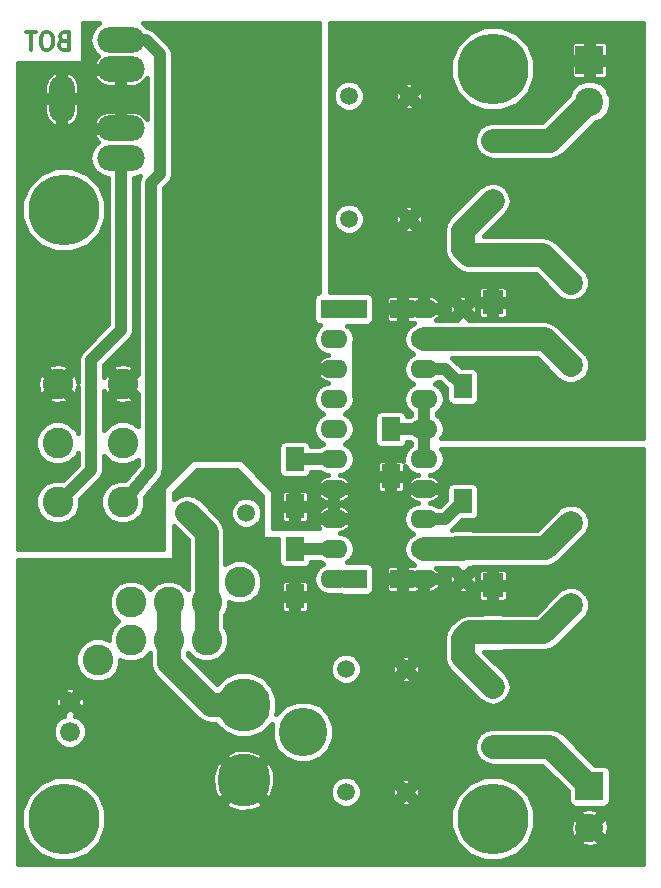
<source format=gbr>
G04 #@! TF.FileFunction,Copper,L2,Bot,Signal*
%FSLAX46Y46*%
G04 Gerber Fmt 4.6, Leading zero omitted, Abs format (unit mm)*
G04 Created by KiCad (PCBNEW 0.201503020946+5465~21~ubuntu14.04.1-product) date Mon 16 Mär 2015 16:05:42 CET*
%MOMM*%
G01*
G04 APERTURE LIST*
%ADD10C,0.100000*%
%ADD11C,0.300000*%
%ADD12C,1.676400*%
%ADD13R,2.286000X1.574800*%
%ADD14O,2.286000X1.574800*%
%ADD15R,1.600000X2.000000*%
%ADD16R,2.000000X1.600000*%
%ADD17O,2.200000X4.000000*%
%ADD18O,4.000000X2.200000*%
%ADD19C,1.501140*%
%ADD20C,2.600000*%
%ADD21R,1.700000X2.000000*%
%ADD22C,2.400000*%
%ADD23R,2.400000X2.400000*%
%ADD24C,2.000000*%
%ADD25C,4.500000*%
%ADD26C,4.100000*%
%ADD27C,6.000000*%
%ADD28C,1.000000*%
%ADD29C,2.000000*%
%ADD30C,0.400000*%
G04 APERTURE END LIST*
D10*
D11*
X4044000Y69957143D02*
X3829714Y69885714D01*
X3758286Y69814286D01*
X3686857Y69671429D01*
X3686857Y69457143D01*
X3758286Y69314286D01*
X3829714Y69242857D01*
X3972572Y69171429D01*
X4544000Y69171429D01*
X4544000Y70671429D01*
X4044000Y70671429D01*
X3901143Y70600000D01*
X3829714Y70528571D01*
X3758286Y70385714D01*
X3758286Y70242857D01*
X3829714Y70100000D01*
X3901143Y70028571D01*
X4044000Y69957143D01*
X4544000Y69957143D01*
X2758286Y70671429D02*
X2472572Y70671429D01*
X2329714Y70600000D01*
X2186857Y70457143D01*
X2115429Y70171429D01*
X2115429Y69671429D01*
X2186857Y69385714D01*
X2329714Y69242857D01*
X2472572Y69171429D01*
X2758286Y69171429D01*
X2901143Y69242857D01*
X3044000Y69385714D01*
X3115429Y69671429D01*
X3115429Y70171429D01*
X3044000Y70457143D01*
X2901143Y70600000D01*
X2758286Y70671429D01*
X1686857Y70671429D02*
X829714Y70671429D01*
X1258285Y69171429D02*
X1258285Y70671429D01*
D12*
X4572000Y11430000D03*
X4572000Y13970000D03*
D13*
X26924000Y47244000D03*
D14*
X26924000Y44704000D03*
X26924000Y42164000D03*
X26924000Y39624000D03*
X26924000Y37084000D03*
X26924000Y34544000D03*
X26924000Y32004000D03*
X26924000Y29464000D03*
X26924000Y26924000D03*
X26924000Y24384000D03*
X34544000Y24384000D03*
X34544000Y26924000D03*
X34544000Y29464000D03*
X34544000Y32004000D03*
X34544000Y34544000D03*
X34544000Y37084000D03*
X34544000Y39624000D03*
X34544000Y42164000D03*
X34544000Y44704000D03*
X34544000Y47244000D03*
D15*
X31750000Y37052000D03*
X31750000Y33052000D03*
X37846000Y44672000D03*
X37846000Y40672000D03*
X37846000Y26956000D03*
X37846000Y30956000D03*
D16*
X28734000Y47244000D03*
X32734000Y47244000D03*
X28734000Y24384000D03*
X32734000Y24384000D03*
D17*
X3890000Y65024000D03*
D18*
X8890000Y70024000D03*
X8890000Y67524000D03*
X8890000Y62524000D03*
X8890000Y60024000D03*
D15*
X23622000Y26892000D03*
X23622000Y22892000D03*
D19*
X33274000Y54864000D03*
X28194000Y54864000D03*
X33020000Y16764000D03*
X27940000Y16764000D03*
D15*
X23622000Y34512000D03*
X23622000Y30512000D03*
D19*
X33274000Y65278000D03*
X28194000Y65278000D03*
X33020000Y6350000D03*
X27940000Y6350000D03*
X37846000Y52324000D03*
X37846000Y47244000D03*
X37846000Y19304000D03*
X37846000Y24384000D03*
X40386000Y61468000D03*
X40386000Y56388000D03*
X40386000Y10160000D03*
X40386000Y15240000D03*
D20*
X12954000Y22428000D03*
X9754000Y22428000D03*
X16154000Y22428000D03*
X9754000Y19228000D03*
X12954000Y19228000D03*
X16154000Y19228000D03*
X18954000Y24128000D03*
X6954000Y17528000D03*
D21*
X40386000Y51784000D03*
X40386000Y47784000D03*
X40386000Y19844000D03*
X40386000Y23844000D03*
D19*
X14518640Y29972000D03*
X19517360Y29972000D03*
D20*
X9056000Y30894000D03*
X9056000Y35894000D03*
X9056000Y40894000D03*
X3556000Y35894000D03*
X3556000Y30894000D03*
X3556000Y40894000D03*
D22*
X48576000Y64798000D03*
D23*
X48576000Y68298000D03*
D22*
X48576000Y3330000D03*
D23*
X48576000Y6830000D03*
D24*
X46990000Y49474000D03*
X46990000Y42474000D03*
X46990000Y22154000D03*
X46990000Y29154000D03*
D25*
X19304000Y13730000D03*
D26*
X24304000Y11430000D03*
D25*
X19304000Y7330000D03*
D27*
X40386000Y4064000D03*
X40386000Y67564000D03*
X4064000Y4064000D03*
X4064000Y55626000D03*
D28*
X34544000Y37084000D02*
X31782000Y37084000D01*
X31782000Y37084000D02*
X31750000Y37052000D01*
X34544000Y37084000D02*
X34544000Y34544000D01*
X34544000Y39624000D02*
X34544000Y37084000D01*
X26924000Y24384000D02*
X28734000Y24384000D01*
X26924000Y47244000D02*
X28734000Y47244000D01*
X23622000Y34512000D02*
X26892000Y34512000D01*
X26892000Y34512000D02*
X26924000Y34544000D01*
D29*
X37846000Y44672000D02*
X44792000Y44672000D01*
X44792000Y44672000D02*
X46990000Y42474000D01*
X34544000Y44704000D02*
X37814000Y44704000D01*
X37814000Y44704000D02*
X37846000Y44672000D01*
D28*
X37814000Y44704000D02*
X37846000Y44672000D01*
X34544000Y42164000D02*
X36354000Y42164000D01*
X36354000Y42164000D02*
X37846000Y40672000D01*
D29*
X37846000Y26956000D02*
X44792000Y26956000D01*
X44792000Y26956000D02*
X46990000Y29154000D01*
X34544000Y26924000D02*
X37814000Y26924000D01*
X37814000Y26924000D02*
X37846000Y26956000D01*
D28*
X37814000Y26924000D02*
X37846000Y26956000D01*
X34544000Y29464000D02*
X36354000Y29464000D01*
X36354000Y29464000D02*
X37846000Y30956000D01*
D29*
X40386000Y51784000D02*
X44680000Y51784000D01*
X44680000Y51784000D02*
X46990000Y49474000D01*
X37846000Y52324000D02*
X38386000Y51784000D01*
X38386000Y51784000D02*
X40386000Y51784000D01*
X37846000Y52324000D02*
X37846000Y53848000D01*
X37846000Y53848000D02*
X40386000Y56388000D01*
X40386000Y19844000D02*
X44680000Y19844000D01*
X44680000Y19844000D02*
X46990000Y22154000D01*
X37846000Y19304000D02*
X38386000Y19844000D01*
X38386000Y19844000D02*
X40386000Y19844000D01*
X37846000Y19304000D02*
X37846000Y17780000D01*
X37846000Y17780000D02*
X40386000Y15240000D01*
X45246000Y61468000D02*
X48576000Y64798000D01*
X40386000Y61468000D02*
X45246000Y61468000D01*
X45246000Y10160000D02*
X48576000Y6830000D01*
X40386000Y10160000D02*
X45246000Y10160000D01*
X12954000Y19228000D02*
X12954000Y22428000D01*
X12954000Y17272000D02*
X16496000Y13730000D01*
X16496000Y13730000D02*
X19304000Y13730000D01*
X12954000Y19228000D02*
X12954000Y17272000D01*
X16154000Y19228000D02*
X16154000Y22428000D01*
X16154000Y22428000D02*
X16154000Y28336640D01*
X16154000Y28336640D02*
X14518640Y29972000D01*
D28*
X11430000Y33646901D02*
X9056000Y30814000D01*
X11430000Y57912000D02*
X11430000Y33646901D01*
X8890000Y70024000D02*
X11002000Y70024000D01*
X12192000Y68834000D02*
X12192000Y58674000D01*
X12192000Y58674000D02*
X11430000Y57912000D01*
X11002000Y70024000D02*
X12192000Y68834000D01*
X6350000Y33608000D02*
X3556000Y30814000D01*
X6350000Y42926000D02*
X6350000Y33608000D01*
X8890000Y45466000D02*
X6350000Y42926000D01*
X8890000Y60024000D02*
X8890000Y45466000D01*
X26924000Y26924000D02*
X23654000Y26924000D01*
X23654000Y26924000D02*
X23622000Y26892000D01*
D30*
G36*
X10496409Y58456687D02*
X10413733Y58332952D01*
X10330000Y57912000D01*
X10330000Y41743736D01*
X9979140Y41392876D01*
X9979140Y42241404D01*
X9816730Y42451446D01*
X9162815Y42624011D01*
X8492638Y42533198D01*
X8295270Y42451446D01*
X8132860Y42241404D01*
X9056000Y41318264D01*
X9979140Y42241404D01*
X9979140Y41392876D01*
X9480264Y40894000D01*
X10330000Y40044264D01*
X10330000Y37307128D01*
X10133669Y37503802D01*
X9979140Y37567968D01*
X9979140Y39546596D01*
X9056000Y40469736D01*
X8132860Y39546596D01*
X8295270Y39336554D01*
X8949185Y39163989D01*
X9619362Y39254802D01*
X9816730Y39336554D01*
X9979140Y39546596D01*
X9979140Y37567968D01*
X9435591Y37793669D01*
X8679725Y37794329D01*
X7981143Y37505681D01*
X7450000Y36975465D01*
X7450000Y40250491D01*
X7498554Y40133270D01*
X7708596Y39970860D01*
X8631736Y40894000D01*
X7708596Y41817140D01*
X7498554Y41654730D01*
X7450000Y41470741D01*
X7450000Y42470366D01*
X9667817Y44688182D01*
X9667817Y44688183D01*
X9906267Y45045048D01*
X9989999Y45466000D01*
X9990000Y45466000D01*
X9990000Y58353651D01*
X10491499Y58453405D01*
X10496409Y58456687D01*
X10496409Y58456687D01*
G37*
X10496409Y58456687D02*
X10413733Y58332952D01*
X10330000Y57912000D01*
X10330000Y41743736D01*
X9979140Y41392876D01*
X9979140Y42241404D01*
X9816730Y42451446D01*
X9162815Y42624011D01*
X8492638Y42533198D01*
X8295270Y42451446D01*
X8132860Y42241404D01*
X9056000Y41318264D01*
X9979140Y42241404D01*
X9979140Y41392876D01*
X9480264Y40894000D01*
X10330000Y40044264D01*
X10330000Y37307128D01*
X10133669Y37503802D01*
X9979140Y37567968D01*
X9979140Y39546596D01*
X9056000Y40469736D01*
X8132860Y39546596D01*
X8295270Y39336554D01*
X8949185Y39163989D01*
X9619362Y39254802D01*
X9816730Y39336554D01*
X9979140Y39546596D01*
X9979140Y37567968D01*
X9435591Y37793669D01*
X8679725Y37794329D01*
X7981143Y37505681D01*
X7450000Y36975465D01*
X7450000Y40250491D01*
X7498554Y40133270D01*
X7708596Y39970860D01*
X8631736Y40894000D01*
X7708596Y41817140D01*
X7498554Y41654730D01*
X7450000Y41470741D01*
X7450000Y42470366D01*
X9667817Y44688182D01*
X9667817Y44688183D01*
X9906267Y45045048D01*
X9989999Y45466000D01*
X9990000Y45466000D01*
X9990000Y58353651D01*
X10491499Y58453405D01*
X10496409Y58456687D01*
G36*
X53140000Y200000D02*
X50387755Y200000D01*
X50387755Y5630000D01*
X50387755Y8030000D01*
X50343366Y8258778D01*
X50211282Y8459853D01*
X50011881Y8594450D01*
X49776000Y8641755D01*
X49026987Y8641755D01*
X48590277Y9078465D01*
X48590277Y22470863D01*
X48590277Y29470863D01*
X48347205Y30059143D01*
X48121371Y30285371D01*
X47897511Y30509623D01*
X47309656Y30753722D01*
X46673137Y30754277D01*
X46084857Y30511205D01*
X45634377Y30061511D01*
X45634098Y30060841D01*
X44129258Y28556000D01*
X38704614Y28556000D01*
X38646000Y28567755D01*
X37046000Y28567755D01*
X36917166Y28542758D01*
X37131817Y28686183D01*
X37789879Y29344245D01*
X38646000Y29344245D01*
X38874778Y29388634D01*
X39075853Y29520718D01*
X39210450Y29720119D01*
X39257755Y29956000D01*
X39257755Y31956000D01*
X39213366Y32184778D01*
X39081282Y32385853D01*
X38881881Y32520450D01*
X38646000Y32567755D01*
X37046000Y32567755D01*
X36817222Y32523366D01*
X36616147Y32391282D01*
X36481550Y32191881D01*
X36434245Y31956000D01*
X36434245Y31099880D01*
X35898365Y30564000D01*
X35736750Y30564000D01*
X35464682Y30745790D01*
X35063207Y30825649D01*
X35476265Y30956557D01*
X35833208Y31256969D01*
X35987402Y31527970D01*
X35944798Y31704000D01*
X34844000Y31704000D01*
X34844000Y31684000D01*
X34244000Y31684000D01*
X34244000Y31704000D01*
X33143202Y31704000D01*
X33100598Y31527970D01*
X33254792Y31256969D01*
X33611735Y30956557D01*
X34024792Y30825649D01*
X33623318Y30745790D01*
X33173213Y30445040D01*
X32950000Y30110978D01*
X32950000Y31972435D01*
X32950000Y32652000D01*
X32850000Y32752000D01*
X32050000Y32752000D01*
X32050000Y31752000D01*
X32150000Y31652000D01*
X32470435Y31652000D01*
X32629565Y31652000D01*
X32776582Y31712896D01*
X32889104Y31825418D01*
X32950000Y31972435D01*
X32950000Y30110978D01*
X32872463Y29994935D01*
X32766853Y29464000D01*
X32872463Y28933065D01*
X33173213Y28482960D01*
X33605672Y28194000D01*
X33173213Y27905040D01*
X32872463Y27454935D01*
X32766853Y26924000D01*
X32872463Y26393065D01*
X33173213Y25942960D01*
X33623318Y25642210D01*
X33643863Y25638124D01*
X33724865Y25584000D01*
X33134000Y25584000D01*
X33034000Y25484000D01*
X33034000Y24684000D01*
X33143202Y24684000D01*
X34034000Y24684000D01*
X34244000Y24684000D01*
X34244000Y24704000D01*
X34844000Y24704000D01*
X34844000Y24684000D01*
X35944798Y24684000D01*
X35987402Y24860030D01*
X35833208Y25131031D01*
X35603926Y25324000D01*
X37330264Y25324000D01*
X37846000Y24808264D01*
X38362417Y25324681D01*
X38350600Y25344245D01*
X38646000Y25344245D01*
X38706584Y25356000D01*
X44792000Y25356000D01*
X45404293Y25477793D01*
X45404294Y25477793D01*
X45923371Y25824629D01*
X48120956Y28022215D01*
X48121371Y28022629D01*
X48345623Y28246489D01*
X48589722Y28834344D01*
X48590000Y29154000D01*
X48590277Y29470863D01*
X48590277Y22470863D01*
X48347205Y23059143D01*
X48121371Y23285371D01*
X47897511Y23509623D01*
X47309656Y23753722D01*
X46673137Y23754277D01*
X46084857Y23511205D01*
X45634377Y23061511D01*
X45634098Y23060841D01*
X44017258Y21444000D01*
X41636000Y21444000D01*
X41636000Y22764435D01*
X41636000Y23444000D01*
X41636000Y24244000D01*
X41636000Y24923565D01*
X41575104Y25070582D01*
X41462582Y25183104D01*
X41315565Y25244000D01*
X41156435Y25244000D01*
X40786000Y25244000D01*
X40686000Y25144000D01*
X40686000Y24144000D01*
X41536000Y24144000D01*
X41636000Y24244000D01*
X41636000Y23444000D01*
X41536000Y23544000D01*
X40686000Y23544000D01*
X40686000Y22544000D01*
X40786000Y22444000D01*
X41156435Y22444000D01*
X41315565Y22444000D01*
X41462582Y22504896D01*
X41575104Y22617418D01*
X41636000Y22764435D01*
X41636000Y21444000D01*
X41294614Y21444000D01*
X41236000Y21455755D01*
X40086000Y21455755D01*
X40086000Y22544000D01*
X40086000Y23544000D01*
X40086000Y24144000D01*
X40086000Y25144000D01*
X39986000Y25244000D01*
X39615565Y25244000D01*
X39456435Y25244000D01*
X39309418Y25183104D01*
X39196896Y25070582D01*
X39136000Y24923565D01*
X39136000Y24244000D01*
X39236000Y24144000D01*
X40086000Y24144000D01*
X40086000Y23544000D01*
X39236000Y23544000D01*
X39136000Y23444000D01*
X39136000Y22764435D01*
X39196896Y22617418D01*
X39309418Y22504896D01*
X39456435Y22444000D01*
X39615565Y22444000D01*
X39986000Y22444000D01*
X40086000Y22544000D01*
X40086000Y21455755D01*
X39536000Y21455755D01*
X39475415Y21444000D01*
X39018801Y21444000D01*
X39018801Y24410960D01*
X38939844Y24807904D01*
X38786681Y24900417D01*
X38270264Y24384000D01*
X38786681Y23867583D01*
X38939844Y23960096D01*
X39018801Y24410960D01*
X39018801Y21444000D01*
X38386000Y21444000D01*
X38362417Y21439310D01*
X38362417Y23443319D01*
X37846000Y23959736D01*
X37421736Y23535472D01*
X37421736Y24384000D01*
X36905319Y24900417D01*
X36752156Y24807904D01*
X36673199Y24357040D01*
X36752156Y23960096D01*
X36905319Y23867583D01*
X37421736Y24384000D01*
X37421736Y23535472D01*
X37329583Y23443319D01*
X37422096Y23290156D01*
X37872960Y23211199D01*
X38269904Y23290156D01*
X38362417Y23443319D01*
X38362417Y21439310D01*
X37773707Y21322207D01*
X37254629Y20975371D01*
X36714629Y20435371D01*
X36367793Y19916294D01*
X36246000Y19304000D01*
X36246000Y17780000D01*
X36367793Y17167706D01*
X36714629Y16648629D01*
X39254629Y14108629D01*
X39773706Y13761794D01*
X40386000Y13640000D01*
X40998293Y13761794D01*
X41517371Y14108629D01*
X41864206Y14627707D01*
X41986000Y15240000D01*
X41864206Y15852294D01*
X41517371Y16371371D01*
X39656497Y18232245D01*
X41236000Y18232245D01*
X41296584Y18244000D01*
X44680000Y18244000D01*
X45292293Y18365793D01*
X45292294Y18365793D01*
X45811371Y18712629D01*
X48120956Y21022215D01*
X48121371Y21022629D01*
X48345623Y21246489D01*
X48589722Y21834344D01*
X48590000Y22154000D01*
X48590277Y22470863D01*
X48590277Y9078465D01*
X46377371Y11291371D01*
X45858294Y11638207D01*
X45246000Y11760000D01*
X40386000Y11760000D01*
X39773707Y11638207D01*
X39254629Y11291371D01*
X38907793Y10772293D01*
X38786000Y10160000D01*
X38907793Y9547707D01*
X39254629Y9028629D01*
X39773707Y8681793D01*
X40386000Y8560000D01*
X44583258Y8560000D01*
X46764245Y6379013D01*
X46764245Y5630000D01*
X46808634Y5401222D01*
X46940718Y5200147D01*
X47140119Y5065550D01*
X47376000Y5018245D01*
X49776000Y5018245D01*
X50004778Y5062634D01*
X50205853Y5194718D01*
X50340450Y5394119D01*
X50387755Y5630000D01*
X50387755Y200000D01*
X50205253Y200000D01*
X50205253Y3247375D01*
X50112852Y3877153D01*
X50049614Y4029823D01*
X49849975Y4179711D01*
X49425711Y3755447D01*
X49425711Y4603975D01*
X49275823Y4803614D01*
X48658625Y4959253D01*
X48028847Y4866852D01*
X47876177Y4803614D01*
X47726289Y4603975D01*
X48576000Y3754264D01*
X49425711Y4603975D01*
X49425711Y3755447D01*
X49000264Y3330000D01*
X49849975Y2480289D01*
X50049614Y2630177D01*
X50205253Y3247375D01*
X50205253Y200000D01*
X49425711Y200000D01*
X49425711Y2056025D01*
X48576000Y2905736D01*
X48151736Y2481472D01*
X48151736Y3330000D01*
X47302025Y4179711D01*
X47102386Y4029823D01*
X46946747Y3412625D01*
X47039148Y2782847D01*
X47102386Y2630177D01*
X47302025Y2480289D01*
X48151736Y3330000D01*
X48151736Y2481472D01*
X47726289Y2056025D01*
X47876177Y1856386D01*
X48493375Y1700747D01*
X49123153Y1793148D01*
X49275823Y1856386D01*
X49425711Y2056025D01*
X49425711Y200000D01*
X43986623Y200000D01*
X43986623Y4776943D01*
X43439711Y6100572D01*
X42427899Y7114152D01*
X41105226Y7663374D01*
X39673057Y7664623D01*
X38349428Y7117711D01*
X37335848Y6105899D01*
X36786626Y4783226D01*
X36785377Y3351057D01*
X37332289Y2027428D01*
X38344101Y1013848D01*
X39666774Y464626D01*
X41098943Y463377D01*
X42422572Y1010289D01*
X43436152Y2022101D01*
X43985374Y3344774D01*
X43986623Y4776943D01*
X43986623Y200000D01*
X35987402Y200000D01*
X35987402Y23907970D01*
X35944798Y24084000D01*
X34844000Y24084000D01*
X34844000Y23289602D01*
X35031530Y23195609D01*
X35476265Y23336557D01*
X35833208Y23636969D01*
X35987402Y23907970D01*
X35987402Y200000D01*
X34244000Y200000D01*
X34244000Y23289602D01*
X34244000Y24084000D01*
X34034000Y24084000D01*
X33143202Y24084000D01*
X33034000Y24084000D01*
X33034000Y23284000D01*
X33134000Y23184000D01*
X33813565Y23184000D01*
X33934735Y23234190D01*
X34056470Y23195609D01*
X34244000Y23289602D01*
X34244000Y200000D01*
X34192801Y200000D01*
X34192801Y6376960D01*
X34192801Y16790960D01*
X34113844Y17187904D01*
X33960681Y17280417D01*
X33536417Y16856153D01*
X33536417Y17704681D01*
X33443904Y17857844D01*
X32993040Y17936801D01*
X32596096Y17857844D01*
X32503583Y17704681D01*
X33020000Y17188264D01*
X33536417Y17704681D01*
X33536417Y16856153D01*
X33444264Y16764000D01*
X33960681Y16247583D01*
X34113844Y16340096D01*
X34192801Y16790960D01*
X34192801Y6376960D01*
X34113844Y6773904D01*
X33960681Y6866417D01*
X33536417Y6442153D01*
X33536417Y7290681D01*
X33536417Y15823319D01*
X33020000Y16339736D01*
X32595736Y15915472D01*
X32595736Y16764000D01*
X32434000Y16925736D01*
X32434000Y23284000D01*
X32434000Y24084000D01*
X32434000Y24684000D01*
X32434000Y25484000D01*
X32334000Y25584000D01*
X31654435Y25584000D01*
X31507418Y25523104D01*
X31450000Y25465686D01*
X31450000Y31752000D01*
X31450000Y32752000D01*
X31450000Y33352000D01*
X31450000Y34352000D01*
X31350000Y34452000D01*
X31029565Y34452000D01*
X30870435Y34452000D01*
X30723418Y34391104D01*
X30610896Y34278582D01*
X30550000Y34131565D01*
X30550000Y33452000D01*
X30650000Y33352000D01*
X31450000Y33352000D01*
X31450000Y32752000D01*
X30650000Y32752000D01*
X30550000Y32652000D01*
X30550000Y31972435D01*
X30610896Y31825418D01*
X30723418Y31712896D01*
X30870435Y31652000D01*
X31029565Y31652000D01*
X31350000Y31652000D01*
X31450000Y31752000D01*
X31450000Y25465686D01*
X31394896Y25410582D01*
X31334000Y25263565D01*
X31334000Y25104435D01*
X31334000Y24784000D01*
X31434000Y24684000D01*
X32434000Y24684000D01*
X32434000Y24084000D01*
X31434000Y24084000D01*
X31334000Y23984000D01*
X31334000Y23663565D01*
X31334000Y23504435D01*
X31394896Y23357418D01*
X31507418Y23244896D01*
X31654435Y23184000D01*
X32334000Y23184000D01*
X32434000Y23284000D01*
X32434000Y16925736D01*
X32079319Y17280417D01*
X31926156Y17187904D01*
X31847199Y16737040D01*
X31926156Y16340096D01*
X32079319Y16247583D01*
X32595736Y16764000D01*
X32595736Y15915472D01*
X32503583Y15823319D01*
X32596096Y15670156D01*
X33046960Y15591199D01*
X33443904Y15670156D01*
X33536417Y15823319D01*
X33536417Y7290681D01*
X33443904Y7443844D01*
X32993040Y7522801D01*
X32596096Y7443844D01*
X32503583Y7290681D01*
X33020000Y6774264D01*
X33536417Y7290681D01*
X33536417Y6442153D01*
X33444264Y6350000D01*
X33960681Y5833583D01*
X34113844Y5926096D01*
X34192801Y6376960D01*
X34192801Y200000D01*
X33536417Y200000D01*
X33536417Y5409319D01*
X33020000Y5925736D01*
X32595736Y5501472D01*
X32595736Y6350000D01*
X32079319Y6866417D01*
X31926156Y6773904D01*
X31847199Y6323040D01*
X31926156Y5926096D01*
X32079319Y5833583D01*
X32595736Y6350000D01*
X32595736Y5501472D01*
X32503583Y5409319D01*
X32596096Y5256156D01*
X33046960Y5177199D01*
X33443904Y5256156D01*
X33536417Y5409319D01*
X33536417Y200000D01*
X29290804Y200000D01*
X29290804Y6617466D01*
X29290804Y17031466D01*
X29085625Y17528037D01*
X28706035Y17908290D01*
X28209824Y18114335D01*
X27672534Y18114804D01*
X27175963Y17909625D01*
X26795710Y17530035D01*
X26589665Y17033824D01*
X26589196Y16496534D01*
X26794375Y15999963D01*
X27173965Y15619710D01*
X27670176Y15413665D01*
X28207466Y15413196D01*
X28704037Y15618375D01*
X29084290Y15997965D01*
X29290335Y16494176D01*
X29290804Y17031466D01*
X29290804Y6617466D01*
X29085625Y7114037D01*
X28706035Y7494290D01*
X28209824Y7700335D01*
X27672534Y7700804D01*
X27175963Y7495625D01*
X26795710Y7116035D01*
X26589665Y6619824D01*
X26589196Y6082534D01*
X26794375Y5585963D01*
X27173965Y5205710D01*
X27670176Y4999665D01*
X28207466Y4999196D01*
X28704037Y5204375D01*
X29084290Y5583965D01*
X29290335Y6080176D01*
X29290804Y6617466D01*
X29290804Y200000D01*
X21985052Y200000D01*
X21985052Y6994861D01*
X21909221Y8046366D01*
X21652717Y8665622D01*
X21343695Y8945431D01*
X20919431Y8521167D01*
X20919431Y9369695D01*
X20639622Y9678717D01*
X19639139Y10011052D01*
X18587634Y9935221D01*
X17968378Y9678717D01*
X17688569Y9369695D01*
X19304000Y7754264D01*
X20919431Y9369695D01*
X20919431Y8521167D01*
X19728264Y7330000D01*
X21343695Y5714569D01*
X21652717Y5994378D01*
X21985052Y6994861D01*
X21985052Y200000D01*
X20919431Y200000D01*
X20919431Y5290305D01*
X19304000Y6905736D01*
X18879736Y6481472D01*
X18879736Y7330000D01*
X17264305Y8945431D01*
X16955283Y8665622D01*
X16622948Y7665139D01*
X16698779Y6613634D01*
X16955283Y5994378D01*
X17264305Y5714569D01*
X18879736Y7330000D01*
X18879736Y6481472D01*
X17688569Y5290305D01*
X17968378Y4981283D01*
X18968861Y4648948D01*
X20020366Y4724779D01*
X20639622Y4981283D01*
X20919431Y5290305D01*
X20919431Y200000D01*
X7664623Y200000D01*
X7664623Y4776943D01*
X7117711Y6100572D01*
X6105899Y7114152D01*
X6010449Y7153787D01*
X6010449Y11714821D01*
X5834446Y12140782D01*
X5834446Y13975438D01*
X5740429Y14448093D01*
X5578270Y14552005D01*
X5154005Y14127741D01*
X5154005Y14976270D01*
X5050093Y15138429D01*
X4566562Y15232446D01*
X4093907Y15138429D01*
X3989995Y14976270D01*
X4572000Y14394264D01*
X5154005Y14976270D01*
X5154005Y14127741D01*
X4996264Y13970000D01*
X5578270Y13387995D01*
X5740429Y13491907D01*
X5834446Y13975438D01*
X5834446Y12140782D01*
X5791958Y12243611D01*
X5387739Y12648536D01*
X5029198Y12797415D01*
X5050093Y12801571D01*
X5154005Y12963730D01*
X4572000Y13545736D01*
X4147736Y13121472D01*
X4147736Y13970000D01*
X3565730Y14552005D01*
X3403571Y14448093D01*
X3309554Y13964562D01*
X3403571Y13491907D01*
X3565730Y13387995D01*
X4147736Y13970000D01*
X4147736Y13121472D01*
X3989995Y12963730D01*
X4093907Y12801571D01*
X4115268Y12797418D01*
X3758389Y12649958D01*
X3353464Y12245739D01*
X3134050Y11717331D01*
X3133551Y11145179D01*
X3352042Y10616389D01*
X3756261Y10211464D01*
X4284669Y9992050D01*
X4856821Y9991551D01*
X5385611Y10210042D01*
X5790536Y10614261D01*
X6009950Y11142669D01*
X6010449Y11714821D01*
X6010449Y7153787D01*
X4783226Y7663374D01*
X3351057Y7664623D01*
X2027428Y7117711D01*
X1013848Y6105899D01*
X464626Y4783226D01*
X463377Y3351057D01*
X1010289Y2027428D01*
X2022101Y1013848D01*
X3344774Y464626D01*
X4776943Y463377D01*
X6100572Y1010289D01*
X7114152Y2022101D01*
X7663374Y3344774D01*
X7664623Y4776943D01*
X7664623Y200000D01*
X200000Y200000D01*
X200000Y25962000D01*
X13408000Y25962000D01*
X13408000Y28819898D01*
X14554000Y27673898D01*
X14554000Y23515454D01*
X14553552Y23515007D01*
X14031669Y24037802D01*
X13333591Y24327669D01*
X12577725Y24328329D01*
X11879143Y24039681D01*
X11353552Y23515007D01*
X10831669Y24037802D01*
X10133591Y24327669D01*
X9377725Y24328329D01*
X8679143Y24039681D01*
X8144198Y23505669D01*
X7854331Y22807591D01*
X7853671Y22051725D01*
X8142319Y21353143D01*
X8666993Y20827553D01*
X8144198Y20305669D01*
X7854331Y19607591D01*
X7853985Y19211583D01*
X7333591Y19427669D01*
X6577725Y19428329D01*
X5879143Y19139681D01*
X5344198Y18605669D01*
X5054331Y17907591D01*
X5053671Y17151725D01*
X5342319Y16453143D01*
X5876331Y15918198D01*
X6574409Y15628331D01*
X7330275Y15627671D01*
X8028857Y15916319D01*
X8563802Y16450331D01*
X8853669Y17148409D01*
X8854014Y17544418D01*
X9374409Y17328331D01*
X10130275Y17327671D01*
X10828857Y17616319D01*
X11354000Y18140547D01*
X11354000Y17272000D01*
X11475793Y16659706D01*
X11822629Y16140629D01*
X15364629Y12598629D01*
X15883706Y12251794D01*
X15883707Y12251793D01*
X16496000Y12130000D01*
X16881402Y12130000D01*
X16886479Y12117714D01*
X17687497Y11315296D01*
X18734613Y10880496D01*
X19868413Y10879506D01*
X20916286Y11312479D01*
X21718244Y12113039D01*
X21654461Y11959430D01*
X21653541Y10905195D01*
X22056129Y9930856D01*
X22800935Y9184749D01*
X23774570Y8780461D01*
X24828805Y8779541D01*
X25803144Y9182129D01*
X26549251Y9926935D01*
X26953539Y10900570D01*
X26954459Y11954805D01*
X26551871Y12929144D01*
X25807065Y13675251D01*
X24833430Y14079539D01*
X24822000Y14079549D01*
X24822000Y21812435D01*
X24822000Y22492000D01*
X24822000Y23292000D01*
X24822000Y23971565D01*
X24761104Y24118582D01*
X24648582Y24231104D01*
X24501565Y24292000D01*
X24342435Y24292000D01*
X24022000Y24292000D01*
X23922000Y24192000D01*
X23922000Y23192000D01*
X24722000Y23192000D01*
X24822000Y23292000D01*
X24822000Y22492000D01*
X24722000Y22592000D01*
X23922000Y22592000D01*
X23922000Y21592000D01*
X24022000Y21492000D01*
X24342435Y21492000D01*
X24501565Y21492000D01*
X24648582Y21552896D01*
X24761104Y21665418D01*
X24822000Y21812435D01*
X24822000Y14079549D01*
X23779195Y14080459D01*
X23322000Y13891551D01*
X23322000Y21592000D01*
X23322000Y22592000D01*
X23322000Y23192000D01*
X23322000Y24192000D01*
X23222000Y24292000D01*
X22901565Y24292000D01*
X22742435Y24292000D01*
X22595418Y24231104D01*
X22482896Y24118582D01*
X22422000Y23971565D01*
X22422000Y23292000D01*
X22522000Y23192000D01*
X23322000Y23192000D01*
X23322000Y22592000D01*
X22522000Y22592000D01*
X22422000Y22492000D01*
X22422000Y21812435D01*
X22482896Y21665418D01*
X22595418Y21552896D01*
X22742435Y21492000D01*
X22901565Y21492000D01*
X23222000Y21492000D01*
X23322000Y21592000D01*
X23322000Y13891551D01*
X22804856Y13677871D01*
X22059208Y12933524D01*
X22153504Y13160613D01*
X22154494Y14294413D01*
X21721521Y15342286D01*
X20920503Y16144704D01*
X20868164Y16166438D01*
X20868164Y30239466D01*
X20662985Y30736037D01*
X20283395Y31116290D01*
X19787184Y31322335D01*
X19249894Y31322804D01*
X18753323Y31117625D01*
X18373070Y30738035D01*
X18167025Y30241824D01*
X18166556Y29704534D01*
X18371735Y29207963D01*
X18751325Y28827710D01*
X19247536Y28621665D01*
X19784826Y28621196D01*
X20281397Y28826375D01*
X20661650Y29205965D01*
X20867695Y29702176D01*
X20868164Y30239466D01*
X20868164Y16166438D01*
X19873387Y16579504D01*
X18739587Y16580494D01*
X17691714Y16147521D01*
X17015877Y15472865D01*
X14554000Y17934742D01*
X14554000Y18140547D01*
X14554447Y18140994D01*
X15076331Y17618198D01*
X15774409Y17328331D01*
X16530275Y17327671D01*
X17228857Y17616319D01*
X17763802Y18150331D01*
X18053669Y18848409D01*
X18054329Y19604275D01*
X17765681Y20302857D01*
X17754000Y20314559D01*
X17754000Y21340547D01*
X17763802Y21350331D01*
X18053669Y22048409D01*
X18054014Y22444418D01*
X18574409Y22228331D01*
X19330275Y22227671D01*
X20028857Y22516319D01*
X20563802Y23050331D01*
X20853669Y23748409D01*
X20854329Y24504275D01*
X20565681Y25202857D01*
X20031669Y25737802D01*
X19333591Y26027669D01*
X18577725Y26028329D01*
X17879143Y25739681D01*
X17754000Y25614757D01*
X17754000Y28336640D01*
X17632207Y28948933D01*
X17632207Y28948934D01*
X17285371Y29468011D01*
X15650011Y31103371D01*
X15130934Y31450207D01*
X14518640Y31572000D01*
X13906346Y31450207D01*
X13408000Y31117224D01*
X13408000Y31667157D01*
X15322843Y33582000D01*
X18713157Y33582000D01*
X20882000Y31413157D01*
X20882000Y27740000D01*
X22210245Y27740000D01*
X22210245Y25892000D01*
X22254634Y25663222D01*
X22386718Y25462147D01*
X22586119Y25327550D01*
X22822000Y25280245D01*
X24422000Y25280245D01*
X24650778Y25324634D01*
X24851853Y25456718D01*
X24986450Y25656119D01*
X25020117Y25824000D01*
X25731249Y25824000D01*
X25985672Y25654000D01*
X25553213Y25365040D01*
X25252463Y24914935D01*
X25146853Y24384000D01*
X25252463Y23853065D01*
X25553213Y23402960D01*
X26003318Y23102210D01*
X26534253Y22996600D01*
X27313747Y22996600D01*
X27482415Y23030151D01*
X27498119Y23019550D01*
X27734000Y22972245D01*
X29734000Y22972245D01*
X29962778Y23016634D01*
X30163853Y23148718D01*
X30298450Y23348119D01*
X30345755Y23584000D01*
X30345755Y25184000D01*
X30301366Y25412778D01*
X30169282Y25613853D01*
X29969881Y25748450D01*
X29734000Y25795755D01*
X28074478Y25795755D01*
X28294787Y25942960D01*
X28595537Y26393065D01*
X28701147Y26924000D01*
X28595537Y27454935D01*
X28294787Y27905040D01*
X27844682Y28205790D01*
X27443207Y28285649D01*
X27856265Y28416557D01*
X28213208Y28716969D01*
X28367402Y28987970D01*
X28367402Y29940030D01*
X28367402Y31527970D01*
X28324798Y31704000D01*
X27224000Y31704000D01*
X27224000Y30909602D01*
X27411530Y30815609D01*
X27856265Y30956557D01*
X28213208Y31256969D01*
X28367402Y31527970D01*
X28367402Y29940030D01*
X28213208Y30211031D01*
X27856265Y30511443D01*
X27411530Y30652391D01*
X27224000Y30558398D01*
X27224000Y29764000D01*
X28324798Y29764000D01*
X28367402Y29940030D01*
X28367402Y28987970D01*
X28324798Y29164000D01*
X27224000Y29164000D01*
X27224000Y29144000D01*
X26624000Y29144000D01*
X26624000Y29164000D01*
X26624000Y29764000D01*
X26624000Y30558398D01*
X26624000Y30909602D01*
X26624000Y31704000D01*
X25523202Y31704000D01*
X25480598Y31527970D01*
X25634792Y31256969D01*
X25991735Y30956557D01*
X26436470Y30815609D01*
X26624000Y30909602D01*
X26624000Y30558398D01*
X26436470Y30652391D01*
X25991735Y30511443D01*
X25634792Y30211031D01*
X25480598Y29940030D01*
X25523202Y29764000D01*
X26624000Y29764000D01*
X26624000Y29164000D01*
X25523202Y29164000D01*
X25480598Y28987970D01*
X25634792Y28716969D01*
X25716739Y28648000D01*
X24822000Y28648000D01*
X24822000Y29432435D01*
X24822000Y30112000D01*
X24822000Y30912000D01*
X24822000Y31591565D01*
X24761104Y31738582D01*
X24648582Y31851104D01*
X24501565Y31912000D01*
X24342435Y31912000D01*
X24022000Y31912000D01*
X23922000Y31812000D01*
X23922000Y30812000D01*
X24722000Y30812000D01*
X24822000Y30912000D01*
X24822000Y30112000D01*
X24722000Y30212000D01*
X23922000Y30212000D01*
X23922000Y29212000D01*
X24022000Y29112000D01*
X24342435Y29112000D01*
X24501565Y29112000D01*
X24648582Y29172896D01*
X24761104Y29285418D01*
X24822000Y29432435D01*
X24822000Y28648000D01*
X23322000Y28648000D01*
X23322000Y29212000D01*
X23322000Y30212000D01*
X23322000Y30812000D01*
X23322000Y31812000D01*
X23222000Y31912000D01*
X22901565Y31912000D01*
X22742435Y31912000D01*
X22595418Y31851104D01*
X22482896Y31738582D01*
X22422000Y31591565D01*
X22422000Y30912000D01*
X22522000Y30812000D01*
X23322000Y30812000D01*
X23322000Y30212000D01*
X22522000Y30212000D01*
X22422000Y30112000D01*
X22422000Y29432435D01*
X22482896Y29285418D01*
X22595418Y29172896D01*
X22742435Y29112000D01*
X22901565Y29112000D01*
X23222000Y29112000D01*
X23322000Y29212000D01*
X23322000Y28648000D01*
X21790000Y28648000D01*
X21790000Y31832843D01*
X19132843Y34490000D01*
X14903157Y34490000D01*
X12500000Y32086843D01*
X12500000Y26870000D01*
X200000Y26870000D01*
X200000Y68050000D01*
X5651143Y68050000D01*
X5651143Y71428000D01*
X7039173Y71428000D01*
X6736981Y71226082D01*
X6368468Y70674562D01*
X6239063Y70024000D01*
X6368468Y69373438D01*
X6736981Y68821918D01*
X6994170Y68650071D01*
X6717208Y68372528D01*
X6585331Y68050217D01*
X6622521Y67824000D01*
X8590000Y67824000D01*
X8590000Y67844000D01*
X9190000Y67844000D01*
X9190000Y67824000D01*
X9210000Y67824000D01*
X9210000Y67224000D01*
X9190000Y67224000D01*
X9190000Y66024000D01*
X10090000Y66024000D01*
X10641189Y66252986D01*
X11062792Y66675472D01*
X11092000Y66746858D01*
X11092000Y63301143D01*
X11062792Y63372528D01*
X10641189Y63795014D01*
X10090000Y64024000D01*
X9190000Y64024000D01*
X9190000Y62824000D01*
X9210000Y62824000D01*
X9210000Y62224000D01*
X9190000Y62224000D01*
X9190000Y62204000D01*
X8590000Y62204000D01*
X8590000Y62224000D01*
X8590000Y62824000D01*
X8590000Y64024000D01*
X8590000Y66024000D01*
X8590000Y67224000D01*
X6622521Y67224000D01*
X6585331Y66997783D01*
X6717208Y66675472D01*
X7138811Y66252986D01*
X7690000Y66024000D01*
X8590000Y66024000D01*
X8590000Y64024000D01*
X7690000Y64024000D01*
X7138811Y63795014D01*
X6717208Y63372528D01*
X6585331Y63050217D01*
X6622521Y62824000D01*
X8590000Y62824000D01*
X8590000Y62224000D01*
X6622521Y62224000D01*
X6585331Y61997783D01*
X6717208Y61675472D01*
X6994170Y61397930D01*
X6736981Y61226082D01*
X6368468Y60674562D01*
X6239063Y60024000D01*
X6368468Y59373438D01*
X6736981Y58821918D01*
X7288501Y58453405D01*
X7790000Y58353651D01*
X7790000Y45921635D01*
X7664623Y45796258D01*
X7664623Y56338943D01*
X7117711Y57662572D01*
X6105899Y58676152D01*
X5390000Y58973420D01*
X5390000Y63824000D01*
X5390000Y64724000D01*
X5390000Y65324000D01*
X5390000Y66224000D01*
X5161014Y66775189D01*
X4738528Y67196792D01*
X4416217Y67328669D01*
X4190000Y67291479D01*
X4190000Y65324000D01*
X5390000Y65324000D01*
X5390000Y64724000D01*
X4190000Y64724000D01*
X4190000Y62756521D01*
X4416217Y62719331D01*
X4738528Y62851208D01*
X5161014Y63272811D01*
X5390000Y63824000D01*
X5390000Y58973420D01*
X4783226Y59225374D01*
X3590000Y59226415D01*
X3590000Y62756521D01*
X3590000Y64724000D01*
X3590000Y65324000D01*
X3590000Y67291479D01*
X3363783Y67328669D01*
X3041472Y67196792D01*
X2618986Y66775189D01*
X2390000Y66224000D01*
X2390000Y65324000D01*
X3590000Y65324000D01*
X3590000Y64724000D01*
X2390000Y64724000D01*
X2390000Y63824000D01*
X2618986Y63272811D01*
X3041472Y62851208D01*
X3363783Y62719331D01*
X3590000Y62756521D01*
X3590000Y59226415D01*
X3351057Y59226623D01*
X2027428Y58679711D01*
X1013848Y57667899D01*
X464626Y56345226D01*
X463377Y54913057D01*
X1010289Y53589428D01*
X2022101Y52575848D01*
X3344774Y52026626D01*
X4776943Y52025377D01*
X6100572Y52572289D01*
X7114152Y53584101D01*
X7663374Y54906774D01*
X7664623Y56338943D01*
X7664623Y45796258D01*
X5572183Y43703817D01*
X5333733Y43346952D01*
X5250000Y42926000D01*
X5250000Y41052938D01*
X5195198Y41457362D01*
X5113446Y41654730D01*
X4903404Y41817140D01*
X4479140Y41392876D01*
X4479140Y42241404D01*
X4316730Y42451446D01*
X3662815Y42624011D01*
X2992638Y42533198D01*
X2795270Y42451446D01*
X2632860Y42241404D01*
X3556000Y41318264D01*
X4479140Y42241404D01*
X4479140Y41392876D01*
X3980264Y40894000D01*
X4903404Y39970860D01*
X5113446Y40133270D01*
X5250000Y40650726D01*
X5250000Y36769630D01*
X5167681Y36968857D01*
X4633669Y37503802D01*
X4479140Y37567968D01*
X4479140Y39546596D01*
X3556000Y40469736D01*
X3131736Y40045472D01*
X3131736Y40894000D01*
X2208596Y41817140D01*
X1998554Y41654730D01*
X1825989Y41000815D01*
X1916802Y40330638D01*
X1998554Y40133270D01*
X2208596Y39970860D01*
X3131736Y40894000D01*
X3131736Y40045472D01*
X2632860Y39546596D01*
X2795270Y39336554D01*
X3449185Y39163989D01*
X4119362Y39254802D01*
X4316730Y39336554D01*
X4479140Y39546596D01*
X4479140Y37567968D01*
X3935591Y37793669D01*
X3179725Y37794329D01*
X2481143Y37505681D01*
X1946198Y36971669D01*
X1656331Y36273591D01*
X1655671Y35517725D01*
X1944319Y34819143D01*
X2478331Y34284198D01*
X3176409Y33994331D01*
X3932275Y33993671D01*
X4630857Y34282319D01*
X5165802Y34816331D01*
X5250000Y35019103D01*
X5250000Y34063635D01*
X3966994Y32780630D01*
X3935591Y32793669D01*
X3179725Y32794329D01*
X2481143Y32505681D01*
X1946198Y31971669D01*
X1656331Y31273591D01*
X1655671Y30517725D01*
X1944319Y29819143D01*
X2478331Y29284198D01*
X3176409Y28994331D01*
X3932275Y28993671D01*
X4630857Y29282319D01*
X5165802Y29816331D01*
X5455669Y30514409D01*
X5456231Y31158598D01*
X7127817Y32830183D01*
X7127818Y32830183D01*
X7366267Y33187048D01*
X7366268Y33187049D01*
X7450000Y33608000D01*
X7450000Y34813453D01*
X7978331Y34284198D01*
X8676409Y33994331D01*
X9432275Y33993671D01*
X10130857Y34282319D01*
X10330000Y34481115D01*
X10330000Y34046871D01*
X9279918Y32793805D01*
X8679725Y32794329D01*
X7981143Y32505681D01*
X7446198Y31971669D01*
X7156331Y31273591D01*
X7155671Y30517725D01*
X7444319Y29819143D01*
X7978331Y29284198D01*
X8676409Y28994331D01*
X9432275Y28993671D01*
X10130857Y29282319D01*
X10665802Y29816331D01*
X10955669Y30514409D01*
X10956329Y31270275D01*
X10928989Y31336442D01*
X12273101Y32940374D01*
X12353404Y33086971D01*
X12446267Y33225949D01*
X12455807Y33273910D01*
X12479300Y33316797D01*
X12497390Y33482962D01*
X12530000Y33646901D01*
X12530000Y57456366D01*
X12969817Y57896183D01*
X12969818Y57896183D01*
X13112757Y58110109D01*
X13208267Y58253048D01*
X13208267Y58253049D01*
X13292000Y58674000D01*
X13292000Y68834000D01*
X13208267Y69254951D01*
X13208267Y69254952D01*
X13089042Y69433385D01*
X12969817Y69611817D01*
X12969817Y69611818D01*
X11779817Y70801817D01*
X11422952Y71040267D01*
X11127970Y71098943D01*
X11043019Y71226082D01*
X10740826Y71428000D01*
X25708000Y71428000D01*
X25708000Y48628992D01*
X25552222Y48598766D01*
X25351147Y48466682D01*
X25216550Y48267281D01*
X25169245Y48031400D01*
X25169245Y46456600D01*
X25213634Y46227822D01*
X25345718Y46026747D01*
X25545119Y45892150D01*
X25781000Y45844845D01*
X25792378Y45844845D01*
X25553213Y45685040D01*
X25252463Y45234935D01*
X25146853Y44704000D01*
X25252463Y44173065D01*
X25553213Y43722960D01*
X26003318Y43422210D01*
X26404792Y43342352D01*
X25991735Y43211443D01*
X25634792Y42911031D01*
X25480598Y42640030D01*
X25523202Y42464000D01*
X26624000Y42464000D01*
X26624000Y42484000D01*
X27224000Y42484000D01*
X27224000Y42464000D01*
X27244000Y42464000D01*
X27244000Y41864000D01*
X27224000Y41864000D01*
X27224000Y41844000D01*
X26624000Y41844000D01*
X26624000Y41864000D01*
X25523202Y41864000D01*
X25480598Y41687970D01*
X25634792Y41416969D01*
X25991735Y41116557D01*
X26404792Y40985649D01*
X26003318Y40905790D01*
X25553213Y40605040D01*
X25252463Y40154935D01*
X25146853Y39624000D01*
X25252463Y39093065D01*
X25553213Y38642960D01*
X25985672Y38354000D01*
X25553213Y38065040D01*
X25252463Y37614935D01*
X25146853Y37084000D01*
X25252463Y36553065D01*
X25553213Y36102960D01*
X25985672Y35814000D01*
X25683358Y35612000D01*
X25014352Y35612000D01*
X24989366Y35740778D01*
X24857282Y35941853D01*
X24657881Y36076450D01*
X24422000Y36123755D01*
X22822000Y36123755D01*
X22593222Y36079366D01*
X22392147Y35947282D01*
X22257550Y35747881D01*
X22210245Y35512000D01*
X22210245Y33512000D01*
X22254634Y33283222D01*
X22386718Y33082147D01*
X22586119Y32947550D01*
X22822000Y32900245D01*
X24422000Y32900245D01*
X24650778Y32944634D01*
X24851853Y33076718D01*
X24986450Y33276119D01*
X25013700Y33412000D01*
X25779141Y33412000D01*
X26003318Y33262210D01*
X26404792Y33182352D01*
X25991735Y33051443D01*
X25634792Y32751031D01*
X25480598Y32480030D01*
X25523202Y32304000D01*
X26624000Y32304000D01*
X26624000Y32324000D01*
X27224000Y32324000D01*
X27224000Y32304000D01*
X28324798Y32304000D01*
X28367402Y32480030D01*
X28213208Y32751031D01*
X27856265Y33051443D01*
X27443207Y33182352D01*
X27844682Y33262210D01*
X28294787Y33562960D01*
X28595537Y34013065D01*
X28701147Y34544000D01*
X28595537Y35074935D01*
X28294787Y35525040D01*
X27862327Y35814000D01*
X28294787Y36102960D01*
X28595537Y36553065D01*
X28701147Y37084000D01*
X28595537Y37614935D01*
X28294787Y38065040D01*
X27862327Y38354000D01*
X28294787Y38642960D01*
X28595537Y39093065D01*
X28701147Y39624000D01*
X28648000Y39891187D01*
X28648000Y44436814D01*
X28701147Y44704000D01*
X28595537Y45234935D01*
X28294787Y45685040D01*
X28074478Y45832245D01*
X29734000Y45832245D01*
X29962778Y45876634D01*
X30163853Y46008718D01*
X30298450Y46208119D01*
X30345755Y46444000D01*
X30345755Y48044000D01*
X30301366Y48272778D01*
X30169282Y48473853D01*
X29969881Y48608450D01*
X29734000Y48655755D01*
X29544804Y48655755D01*
X29544804Y55131466D01*
X29544804Y65545466D01*
X29339625Y66042037D01*
X28960035Y66422290D01*
X28463824Y66628335D01*
X27926534Y66628804D01*
X27429963Y66423625D01*
X27049710Y66044035D01*
X26843665Y65547824D01*
X26843196Y65010534D01*
X27048375Y64513963D01*
X27427965Y64133710D01*
X27924176Y63927665D01*
X28461466Y63927196D01*
X28958037Y64132375D01*
X29338290Y64511965D01*
X29544335Y65008176D01*
X29544804Y65545466D01*
X29544804Y55131466D01*
X29339625Y55628037D01*
X28960035Y56008290D01*
X28463824Y56214335D01*
X27926534Y56214804D01*
X27429963Y56009625D01*
X27049710Y55630035D01*
X26843665Y55133824D01*
X26843196Y54596534D01*
X27048375Y54099963D01*
X27427965Y53719710D01*
X27924176Y53513665D01*
X28461466Y53513196D01*
X28958037Y53718375D01*
X29338290Y54097965D01*
X29544335Y54594176D01*
X29544804Y55131466D01*
X29544804Y48655755D01*
X27734000Y48655755D01*
X27669060Y48643155D01*
X26616000Y48643155D01*
X26616000Y71428000D01*
X53140000Y71428000D01*
X53140000Y36268000D01*
X50376312Y36268000D01*
X50376312Y65154471D01*
X50176000Y65639262D01*
X50176000Y67018435D01*
X50176000Y67898000D01*
X50176000Y68698000D01*
X50176000Y69577565D01*
X50115104Y69724582D01*
X50002582Y69837104D01*
X49855565Y69898000D01*
X49696435Y69898000D01*
X48976000Y69898000D01*
X48876000Y69798000D01*
X48876000Y68598000D01*
X50076000Y68598000D01*
X50176000Y68698000D01*
X50176000Y67898000D01*
X50076000Y67998000D01*
X48876000Y67998000D01*
X48876000Y66798000D01*
X48976000Y66698000D01*
X49696435Y66698000D01*
X49855565Y66698000D01*
X50002582Y66758896D01*
X50115104Y66871418D01*
X50176000Y67018435D01*
X50176000Y65639262D01*
X50102855Y65816286D01*
X49596949Y66323076D01*
X48935613Y66597687D01*
X48276000Y66598263D01*
X48276000Y66798000D01*
X48276000Y67998000D01*
X48276000Y68598000D01*
X48276000Y69798000D01*
X48176000Y69898000D01*
X47455565Y69898000D01*
X47296435Y69898000D01*
X47149418Y69837104D01*
X47036896Y69724582D01*
X46976000Y69577565D01*
X46976000Y68698000D01*
X47076000Y68598000D01*
X48276000Y68598000D01*
X48276000Y67998000D01*
X47076000Y67998000D01*
X46976000Y67898000D01*
X46976000Y67018435D01*
X47036896Y66871418D01*
X47149418Y66758896D01*
X47296435Y66698000D01*
X47455565Y66698000D01*
X48176000Y66698000D01*
X48276000Y66798000D01*
X48276000Y66598263D01*
X48219529Y66598312D01*
X47557714Y66324855D01*
X47050924Y65818949D01*
X46849766Y65334509D01*
X44583258Y63068000D01*
X43986623Y63068000D01*
X43986623Y68276943D01*
X43439711Y69600572D01*
X42427899Y70614152D01*
X41105226Y71163374D01*
X39673057Y71164623D01*
X38349428Y70617711D01*
X37335848Y69605899D01*
X36786626Y68283226D01*
X36785377Y66851057D01*
X37332289Y65527428D01*
X38344101Y64513848D01*
X39666774Y63964626D01*
X41098943Y63963377D01*
X42422572Y64510289D01*
X43436152Y65522101D01*
X43985374Y66844774D01*
X43986623Y68276943D01*
X43986623Y63068000D01*
X40386000Y63068000D01*
X39773707Y62946207D01*
X39254629Y62599371D01*
X38907793Y62080293D01*
X38786000Y61468000D01*
X38907793Y60855707D01*
X39254629Y60336629D01*
X39773707Y59989793D01*
X40386000Y59868000D01*
X45246000Y59868000D01*
X45858293Y59989793D01*
X45858294Y59989793D01*
X46377371Y60336629D01*
X49113039Y63072298D01*
X49594286Y63271145D01*
X50101076Y63777051D01*
X50375687Y64438387D01*
X50376312Y65154471D01*
X50376312Y36268000D01*
X36025063Y36268000D01*
X36215537Y36553065D01*
X36321147Y37084000D01*
X36215537Y37614935D01*
X35914787Y38065040D01*
X35644000Y38245974D01*
X35644000Y38462027D01*
X35914787Y38642960D01*
X36215537Y39093065D01*
X36321147Y39624000D01*
X36215537Y40154935D01*
X35914787Y40605040D01*
X35482327Y40894000D01*
X35736750Y41064000D01*
X35898365Y41064000D01*
X36434245Y40528121D01*
X36434245Y39672000D01*
X36478634Y39443222D01*
X36610718Y39242147D01*
X36810119Y39107550D01*
X37046000Y39060245D01*
X38646000Y39060245D01*
X38874778Y39104634D01*
X39075853Y39236718D01*
X39210450Y39436119D01*
X39257755Y39672000D01*
X39257755Y41672000D01*
X39213366Y41900778D01*
X39081282Y42101853D01*
X38881881Y42236450D01*
X38646000Y42283755D01*
X37789879Y42283755D01*
X37131817Y42941817D01*
X36915370Y43086443D01*
X37046000Y43060245D01*
X38646000Y43060245D01*
X38706584Y43072000D01*
X44129258Y43072000D01*
X45858214Y41343044D01*
X45858629Y41342629D01*
X46082489Y41118377D01*
X46670344Y40874278D01*
X46990000Y40874000D01*
X47306863Y40873723D01*
X47895143Y41116795D01*
X48121371Y41342629D01*
X48345623Y41566489D01*
X48589722Y42154344D01*
X48590000Y42474000D01*
X48590277Y42790863D01*
X48590277Y49790863D01*
X48347205Y50379143D01*
X48121371Y50605371D01*
X47897511Y50829623D01*
X47896840Y50829902D01*
X45811371Y52915371D01*
X45292294Y53262207D01*
X44680000Y53384000D01*
X41294614Y53384000D01*
X41236000Y53395755D01*
X39656497Y53395755D01*
X41517371Y55256629D01*
X41864206Y55775706D01*
X41986000Y56388000D01*
X41864206Y57000293D01*
X41517371Y57519371D01*
X40998293Y57866206D01*
X40386000Y57988000D01*
X39773706Y57866206D01*
X39254629Y57519371D01*
X36714629Y54979371D01*
X36367793Y54460294D01*
X36246000Y53848000D01*
X36246000Y52324000D01*
X36367793Y51711706D01*
X36714629Y51192629D01*
X37254629Y50652629D01*
X37773706Y50305794D01*
X37773707Y50305793D01*
X38386000Y50184000D01*
X39477385Y50184000D01*
X39536000Y50172245D01*
X41236000Y50172245D01*
X41296584Y50184000D01*
X44017258Y50184000D01*
X45858214Y48343044D01*
X45858629Y48342629D01*
X46082489Y48118377D01*
X46670344Y47874278D01*
X46990000Y47874000D01*
X47306863Y47873723D01*
X47895143Y48116795D01*
X48121371Y48342629D01*
X48345623Y48566489D01*
X48589722Y49154344D01*
X48590000Y49474000D01*
X48590277Y49790863D01*
X48590277Y42790863D01*
X48347205Y43379143D01*
X48121371Y43605371D01*
X47897511Y43829623D01*
X47896840Y43829902D01*
X45923371Y45803371D01*
X45404294Y46150207D01*
X44792000Y46272000D01*
X41636000Y46272000D01*
X41636000Y46704435D01*
X41636000Y47384000D01*
X41636000Y48184000D01*
X41636000Y48863565D01*
X41575104Y49010582D01*
X41462582Y49123104D01*
X41315565Y49184000D01*
X41156435Y49184000D01*
X40786000Y49184000D01*
X40686000Y49084000D01*
X40686000Y48084000D01*
X41536000Y48084000D01*
X41636000Y48184000D01*
X41636000Y47384000D01*
X41536000Y47484000D01*
X40686000Y47484000D01*
X40686000Y46484000D01*
X40786000Y46384000D01*
X41156435Y46384000D01*
X41315565Y46384000D01*
X41462582Y46444896D01*
X41575104Y46557418D01*
X41636000Y46704435D01*
X41636000Y46272000D01*
X40086000Y46272000D01*
X40086000Y46484000D01*
X40086000Y47484000D01*
X40086000Y48084000D01*
X40086000Y49084000D01*
X39986000Y49184000D01*
X39615565Y49184000D01*
X39456435Y49184000D01*
X39309418Y49123104D01*
X39196896Y49010582D01*
X39136000Y48863565D01*
X39136000Y48184000D01*
X39236000Y48084000D01*
X40086000Y48084000D01*
X40086000Y47484000D01*
X39236000Y47484000D01*
X39136000Y47384000D01*
X39136000Y46704435D01*
X39196896Y46557418D01*
X39309418Y46444896D01*
X39456435Y46384000D01*
X39615565Y46384000D01*
X39986000Y46384000D01*
X40086000Y46484000D01*
X40086000Y46272000D01*
X39018801Y46272000D01*
X39018801Y47270960D01*
X38939844Y47667904D01*
X38786681Y47760417D01*
X38362417Y47336153D01*
X38362417Y48184681D01*
X38269904Y48337844D01*
X37819040Y48416801D01*
X37422096Y48337844D01*
X37329583Y48184681D01*
X37846000Y47668264D01*
X38362417Y48184681D01*
X38362417Y47336153D01*
X38270264Y47244000D01*
X38786681Y46727583D01*
X38939844Y46820096D01*
X39018801Y47270960D01*
X39018801Y46272000D01*
X38704614Y46272000D01*
X38646000Y46283755D01*
X38350600Y46283755D01*
X38362417Y46303319D01*
X37846000Y46819736D01*
X37421736Y46395472D01*
X37421736Y47244000D01*
X36905319Y47760417D01*
X36752156Y47667904D01*
X36673199Y47217040D01*
X36752156Y46820096D01*
X36905319Y46727583D01*
X37421736Y47244000D01*
X37421736Y46395472D01*
X37330264Y46304000D01*
X35603926Y46304000D01*
X35833208Y46496969D01*
X35987402Y46767970D01*
X35987402Y47720030D01*
X35833208Y47991031D01*
X35476265Y48291443D01*
X35031530Y48432391D01*
X34844000Y48338398D01*
X34844000Y47544000D01*
X35944798Y47544000D01*
X35987402Y47720030D01*
X35987402Y46767970D01*
X35944798Y46944000D01*
X34844000Y46944000D01*
X34844000Y46924000D01*
X34446801Y46924000D01*
X34446801Y54890960D01*
X34446801Y65304960D01*
X34367844Y65701904D01*
X34214681Y65794417D01*
X33790417Y65370153D01*
X33790417Y66218681D01*
X33697904Y66371844D01*
X33247040Y66450801D01*
X32850096Y66371844D01*
X32757583Y66218681D01*
X33274000Y65702264D01*
X33790417Y66218681D01*
X33790417Y65370153D01*
X33698264Y65278000D01*
X34214681Y64761583D01*
X34367844Y64854096D01*
X34446801Y65304960D01*
X34446801Y54890960D01*
X34367844Y55287904D01*
X34214681Y55380417D01*
X33790417Y54956153D01*
X33790417Y55804681D01*
X33790417Y64337319D01*
X33274000Y64853736D01*
X32849736Y64429472D01*
X32849736Y65278000D01*
X32333319Y65794417D01*
X32180156Y65701904D01*
X32101199Y65251040D01*
X32180156Y64854096D01*
X32333319Y64761583D01*
X32849736Y65278000D01*
X32849736Y64429472D01*
X32757583Y64337319D01*
X32850096Y64184156D01*
X33300960Y64105199D01*
X33697904Y64184156D01*
X33790417Y64337319D01*
X33790417Y55804681D01*
X33697904Y55957844D01*
X33247040Y56036801D01*
X32850096Y55957844D01*
X32757583Y55804681D01*
X33274000Y55288264D01*
X33790417Y55804681D01*
X33790417Y54956153D01*
X33698264Y54864000D01*
X34214681Y54347583D01*
X34367844Y54440096D01*
X34446801Y54890960D01*
X34446801Y46924000D01*
X34244000Y46924000D01*
X34244000Y46944000D01*
X34244000Y47544000D01*
X34244000Y48338398D01*
X34056470Y48432391D01*
X33934735Y48393811D01*
X33813565Y48444000D01*
X33790417Y48444000D01*
X33790417Y53923319D01*
X33274000Y54439736D01*
X32849736Y54015472D01*
X32849736Y54864000D01*
X32333319Y55380417D01*
X32180156Y55287904D01*
X32101199Y54837040D01*
X32180156Y54440096D01*
X32333319Y54347583D01*
X32849736Y54864000D01*
X32849736Y54015472D01*
X32757583Y53923319D01*
X32850096Y53770156D01*
X33300960Y53691199D01*
X33697904Y53770156D01*
X33790417Y53923319D01*
X33790417Y48444000D01*
X33134000Y48444000D01*
X33034000Y48344000D01*
X33034000Y47544000D01*
X33143202Y47544000D01*
X34034000Y47544000D01*
X34244000Y47544000D01*
X34244000Y46944000D01*
X34034000Y46944000D01*
X33143202Y46944000D01*
X33034000Y46944000D01*
X33034000Y46144000D01*
X33134000Y46044000D01*
X33724865Y46044000D01*
X33643863Y45989877D01*
X33623318Y45985790D01*
X33173213Y45685040D01*
X32872463Y45234935D01*
X32766853Y44704000D01*
X32872463Y44173065D01*
X33173213Y43722960D01*
X33605672Y43434000D01*
X33173213Y43145040D01*
X32872463Y42694935D01*
X32766853Y42164000D01*
X32872463Y41633065D01*
X33173213Y41182960D01*
X33605672Y40894000D01*
X33173213Y40605040D01*
X32872463Y40154935D01*
X32766853Y39624000D01*
X32872463Y39093065D01*
X33173213Y38642960D01*
X33444000Y38462027D01*
X33444000Y38245974D01*
X33351249Y38184000D01*
X33136143Y38184000D01*
X33117366Y38280778D01*
X32985282Y38481853D01*
X32785881Y38616450D01*
X32550000Y38663755D01*
X32434000Y38663755D01*
X32434000Y46144000D01*
X32434000Y46944000D01*
X32434000Y47544000D01*
X32434000Y48344000D01*
X32334000Y48444000D01*
X31654435Y48444000D01*
X31507418Y48383104D01*
X31394896Y48270582D01*
X31334000Y48123565D01*
X31334000Y47964435D01*
X31334000Y47644000D01*
X31434000Y47544000D01*
X32434000Y47544000D01*
X32434000Y46944000D01*
X31434000Y46944000D01*
X31334000Y46844000D01*
X31334000Y46523565D01*
X31334000Y46364435D01*
X31394896Y46217418D01*
X31507418Y46104896D01*
X31654435Y46044000D01*
X32334000Y46044000D01*
X32434000Y46144000D01*
X32434000Y38663755D01*
X30950000Y38663755D01*
X30721222Y38619366D01*
X30520147Y38487282D01*
X30385550Y38287881D01*
X30338245Y38052000D01*
X30338245Y36052000D01*
X30382634Y35823222D01*
X30514718Y35622147D01*
X30714119Y35487550D01*
X30950000Y35440245D01*
X32550000Y35440245D01*
X32778778Y35484634D01*
X32979853Y35616718D01*
X33114450Y35816119D01*
X33148117Y35984000D01*
X33351249Y35984000D01*
X33444000Y35922027D01*
X33444000Y35705974D01*
X33173213Y35525040D01*
X32872463Y35074935D01*
X32766853Y34544000D01*
X32802401Y34365285D01*
X32776582Y34391104D01*
X32629565Y34452000D01*
X32470435Y34452000D01*
X32150000Y34452000D01*
X32050000Y34352000D01*
X32050000Y33352000D01*
X32850000Y33352000D01*
X32950000Y33452000D01*
X32950000Y33897023D01*
X33173213Y33562960D01*
X33623318Y33262210D01*
X34024792Y33182352D01*
X33611735Y33051443D01*
X33254792Y32751031D01*
X33100598Y32480030D01*
X33143202Y32304000D01*
X34244000Y32304000D01*
X34244000Y32324000D01*
X34844000Y32324000D01*
X34844000Y32304000D01*
X35944798Y32304000D01*
X35987402Y32480030D01*
X35833208Y32751031D01*
X35476265Y33051443D01*
X35063207Y33182352D01*
X35464682Y33262210D01*
X35914787Y33562960D01*
X36215537Y34013065D01*
X36321147Y34544000D01*
X36215537Y35074935D01*
X36025063Y35360000D01*
X53140000Y35360000D01*
X53140000Y200000D01*
X53140000Y200000D01*
G37*
X53140000Y200000D02*
X50387755Y200000D01*
X50387755Y5630000D01*
X50387755Y8030000D01*
X50343366Y8258778D01*
X50211282Y8459853D01*
X50011881Y8594450D01*
X49776000Y8641755D01*
X49026987Y8641755D01*
X48590277Y9078465D01*
X48590277Y22470863D01*
X48590277Y29470863D01*
X48347205Y30059143D01*
X48121371Y30285371D01*
X47897511Y30509623D01*
X47309656Y30753722D01*
X46673137Y30754277D01*
X46084857Y30511205D01*
X45634377Y30061511D01*
X45634098Y30060841D01*
X44129258Y28556000D01*
X38704614Y28556000D01*
X38646000Y28567755D01*
X37046000Y28567755D01*
X36917166Y28542758D01*
X37131817Y28686183D01*
X37789879Y29344245D01*
X38646000Y29344245D01*
X38874778Y29388634D01*
X39075853Y29520718D01*
X39210450Y29720119D01*
X39257755Y29956000D01*
X39257755Y31956000D01*
X39213366Y32184778D01*
X39081282Y32385853D01*
X38881881Y32520450D01*
X38646000Y32567755D01*
X37046000Y32567755D01*
X36817222Y32523366D01*
X36616147Y32391282D01*
X36481550Y32191881D01*
X36434245Y31956000D01*
X36434245Y31099880D01*
X35898365Y30564000D01*
X35736750Y30564000D01*
X35464682Y30745790D01*
X35063207Y30825649D01*
X35476265Y30956557D01*
X35833208Y31256969D01*
X35987402Y31527970D01*
X35944798Y31704000D01*
X34844000Y31704000D01*
X34844000Y31684000D01*
X34244000Y31684000D01*
X34244000Y31704000D01*
X33143202Y31704000D01*
X33100598Y31527970D01*
X33254792Y31256969D01*
X33611735Y30956557D01*
X34024792Y30825649D01*
X33623318Y30745790D01*
X33173213Y30445040D01*
X32950000Y30110978D01*
X32950000Y31972435D01*
X32950000Y32652000D01*
X32850000Y32752000D01*
X32050000Y32752000D01*
X32050000Y31752000D01*
X32150000Y31652000D01*
X32470435Y31652000D01*
X32629565Y31652000D01*
X32776582Y31712896D01*
X32889104Y31825418D01*
X32950000Y31972435D01*
X32950000Y30110978D01*
X32872463Y29994935D01*
X32766853Y29464000D01*
X32872463Y28933065D01*
X33173213Y28482960D01*
X33605672Y28194000D01*
X33173213Y27905040D01*
X32872463Y27454935D01*
X32766853Y26924000D01*
X32872463Y26393065D01*
X33173213Y25942960D01*
X33623318Y25642210D01*
X33643863Y25638124D01*
X33724865Y25584000D01*
X33134000Y25584000D01*
X33034000Y25484000D01*
X33034000Y24684000D01*
X33143202Y24684000D01*
X34034000Y24684000D01*
X34244000Y24684000D01*
X34244000Y24704000D01*
X34844000Y24704000D01*
X34844000Y24684000D01*
X35944798Y24684000D01*
X35987402Y24860030D01*
X35833208Y25131031D01*
X35603926Y25324000D01*
X37330264Y25324000D01*
X37846000Y24808264D01*
X38362417Y25324681D01*
X38350600Y25344245D01*
X38646000Y25344245D01*
X38706584Y25356000D01*
X44792000Y25356000D01*
X45404293Y25477793D01*
X45404294Y25477793D01*
X45923371Y25824629D01*
X48120956Y28022215D01*
X48121371Y28022629D01*
X48345623Y28246489D01*
X48589722Y28834344D01*
X48590000Y29154000D01*
X48590277Y29470863D01*
X48590277Y22470863D01*
X48347205Y23059143D01*
X48121371Y23285371D01*
X47897511Y23509623D01*
X47309656Y23753722D01*
X46673137Y23754277D01*
X46084857Y23511205D01*
X45634377Y23061511D01*
X45634098Y23060841D01*
X44017258Y21444000D01*
X41636000Y21444000D01*
X41636000Y22764435D01*
X41636000Y23444000D01*
X41636000Y24244000D01*
X41636000Y24923565D01*
X41575104Y25070582D01*
X41462582Y25183104D01*
X41315565Y25244000D01*
X41156435Y25244000D01*
X40786000Y25244000D01*
X40686000Y25144000D01*
X40686000Y24144000D01*
X41536000Y24144000D01*
X41636000Y24244000D01*
X41636000Y23444000D01*
X41536000Y23544000D01*
X40686000Y23544000D01*
X40686000Y22544000D01*
X40786000Y22444000D01*
X41156435Y22444000D01*
X41315565Y22444000D01*
X41462582Y22504896D01*
X41575104Y22617418D01*
X41636000Y22764435D01*
X41636000Y21444000D01*
X41294614Y21444000D01*
X41236000Y21455755D01*
X40086000Y21455755D01*
X40086000Y22544000D01*
X40086000Y23544000D01*
X40086000Y24144000D01*
X40086000Y25144000D01*
X39986000Y25244000D01*
X39615565Y25244000D01*
X39456435Y25244000D01*
X39309418Y25183104D01*
X39196896Y25070582D01*
X39136000Y24923565D01*
X39136000Y24244000D01*
X39236000Y24144000D01*
X40086000Y24144000D01*
X40086000Y23544000D01*
X39236000Y23544000D01*
X39136000Y23444000D01*
X39136000Y22764435D01*
X39196896Y22617418D01*
X39309418Y22504896D01*
X39456435Y22444000D01*
X39615565Y22444000D01*
X39986000Y22444000D01*
X40086000Y22544000D01*
X40086000Y21455755D01*
X39536000Y21455755D01*
X39475415Y21444000D01*
X39018801Y21444000D01*
X39018801Y24410960D01*
X38939844Y24807904D01*
X38786681Y24900417D01*
X38270264Y24384000D01*
X38786681Y23867583D01*
X38939844Y23960096D01*
X39018801Y24410960D01*
X39018801Y21444000D01*
X38386000Y21444000D01*
X38362417Y21439310D01*
X38362417Y23443319D01*
X37846000Y23959736D01*
X37421736Y23535472D01*
X37421736Y24384000D01*
X36905319Y24900417D01*
X36752156Y24807904D01*
X36673199Y24357040D01*
X36752156Y23960096D01*
X36905319Y23867583D01*
X37421736Y24384000D01*
X37421736Y23535472D01*
X37329583Y23443319D01*
X37422096Y23290156D01*
X37872960Y23211199D01*
X38269904Y23290156D01*
X38362417Y23443319D01*
X38362417Y21439310D01*
X37773707Y21322207D01*
X37254629Y20975371D01*
X36714629Y20435371D01*
X36367793Y19916294D01*
X36246000Y19304000D01*
X36246000Y17780000D01*
X36367793Y17167706D01*
X36714629Y16648629D01*
X39254629Y14108629D01*
X39773706Y13761794D01*
X40386000Y13640000D01*
X40998293Y13761794D01*
X41517371Y14108629D01*
X41864206Y14627707D01*
X41986000Y15240000D01*
X41864206Y15852294D01*
X41517371Y16371371D01*
X39656497Y18232245D01*
X41236000Y18232245D01*
X41296584Y18244000D01*
X44680000Y18244000D01*
X45292293Y18365793D01*
X45292294Y18365793D01*
X45811371Y18712629D01*
X48120956Y21022215D01*
X48121371Y21022629D01*
X48345623Y21246489D01*
X48589722Y21834344D01*
X48590000Y22154000D01*
X48590277Y22470863D01*
X48590277Y9078465D01*
X46377371Y11291371D01*
X45858294Y11638207D01*
X45246000Y11760000D01*
X40386000Y11760000D01*
X39773707Y11638207D01*
X39254629Y11291371D01*
X38907793Y10772293D01*
X38786000Y10160000D01*
X38907793Y9547707D01*
X39254629Y9028629D01*
X39773707Y8681793D01*
X40386000Y8560000D01*
X44583258Y8560000D01*
X46764245Y6379013D01*
X46764245Y5630000D01*
X46808634Y5401222D01*
X46940718Y5200147D01*
X47140119Y5065550D01*
X47376000Y5018245D01*
X49776000Y5018245D01*
X50004778Y5062634D01*
X50205853Y5194718D01*
X50340450Y5394119D01*
X50387755Y5630000D01*
X50387755Y200000D01*
X50205253Y200000D01*
X50205253Y3247375D01*
X50112852Y3877153D01*
X50049614Y4029823D01*
X49849975Y4179711D01*
X49425711Y3755447D01*
X49425711Y4603975D01*
X49275823Y4803614D01*
X48658625Y4959253D01*
X48028847Y4866852D01*
X47876177Y4803614D01*
X47726289Y4603975D01*
X48576000Y3754264D01*
X49425711Y4603975D01*
X49425711Y3755447D01*
X49000264Y3330000D01*
X49849975Y2480289D01*
X50049614Y2630177D01*
X50205253Y3247375D01*
X50205253Y200000D01*
X49425711Y200000D01*
X49425711Y2056025D01*
X48576000Y2905736D01*
X48151736Y2481472D01*
X48151736Y3330000D01*
X47302025Y4179711D01*
X47102386Y4029823D01*
X46946747Y3412625D01*
X47039148Y2782847D01*
X47102386Y2630177D01*
X47302025Y2480289D01*
X48151736Y3330000D01*
X48151736Y2481472D01*
X47726289Y2056025D01*
X47876177Y1856386D01*
X48493375Y1700747D01*
X49123153Y1793148D01*
X49275823Y1856386D01*
X49425711Y2056025D01*
X49425711Y200000D01*
X43986623Y200000D01*
X43986623Y4776943D01*
X43439711Y6100572D01*
X42427899Y7114152D01*
X41105226Y7663374D01*
X39673057Y7664623D01*
X38349428Y7117711D01*
X37335848Y6105899D01*
X36786626Y4783226D01*
X36785377Y3351057D01*
X37332289Y2027428D01*
X38344101Y1013848D01*
X39666774Y464626D01*
X41098943Y463377D01*
X42422572Y1010289D01*
X43436152Y2022101D01*
X43985374Y3344774D01*
X43986623Y4776943D01*
X43986623Y200000D01*
X35987402Y200000D01*
X35987402Y23907970D01*
X35944798Y24084000D01*
X34844000Y24084000D01*
X34844000Y23289602D01*
X35031530Y23195609D01*
X35476265Y23336557D01*
X35833208Y23636969D01*
X35987402Y23907970D01*
X35987402Y200000D01*
X34244000Y200000D01*
X34244000Y23289602D01*
X34244000Y24084000D01*
X34034000Y24084000D01*
X33143202Y24084000D01*
X33034000Y24084000D01*
X33034000Y23284000D01*
X33134000Y23184000D01*
X33813565Y23184000D01*
X33934735Y23234190D01*
X34056470Y23195609D01*
X34244000Y23289602D01*
X34244000Y200000D01*
X34192801Y200000D01*
X34192801Y6376960D01*
X34192801Y16790960D01*
X34113844Y17187904D01*
X33960681Y17280417D01*
X33536417Y16856153D01*
X33536417Y17704681D01*
X33443904Y17857844D01*
X32993040Y17936801D01*
X32596096Y17857844D01*
X32503583Y17704681D01*
X33020000Y17188264D01*
X33536417Y17704681D01*
X33536417Y16856153D01*
X33444264Y16764000D01*
X33960681Y16247583D01*
X34113844Y16340096D01*
X34192801Y16790960D01*
X34192801Y6376960D01*
X34113844Y6773904D01*
X33960681Y6866417D01*
X33536417Y6442153D01*
X33536417Y7290681D01*
X33536417Y15823319D01*
X33020000Y16339736D01*
X32595736Y15915472D01*
X32595736Y16764000D01*
X32434000Y16925736D01*
X32434000Y23284000D01*
X32434000Y24084000D01*
X32434000Y24684000D01*
X32434000Y25484000D01*
X32334000Y25584000D01*
X31654435Y25584000D01*
X31507418Y25523104D01*
X31450000Y25465686D01*
X31450000Y31752000D01*
X31450000Y32752000D01*
X31450000Y33352000D01*
X31450000Y34352000D01*
X31350000Y34452000D01*
X31029565Y34452000D01*
X30870435Y34452000D01*
X30723418Y34391104D01*
X30610896Y34278582D01*
X30550000Y34131565D01*
X30550000Y33452000D01*
X30650000Y33352000D01*
X31450000Y33352000D01*
X31450000Y32752000D01*
X30650000Y32752000D01*
X30550000Y32652000D01*
X30550000Y31972435D01*
X30610896Y31825418D01*
X30723418Y31712896D01*
X30870435Y31652000D01*
X31029565Y31652000D01*
X31350000Y31652000D01*
X31450000Y31752000D01*
X31450000Y25465686D01*
X31394896Y25410582D01*
X31334000Y25263565D01*
X31334000Y25104435D01*
X31334000Y24784000D01*
X31434000Y24684000D01*
X32434000Y24684000D01*
X32434000Y24084000D01*
X31434000Y24084000D01*
X31334000Y23984000D01*
X31334000Y23663565D01*
X31334000Y23504435D01*
X31394896Y23357418D01*
X31507418Y23244896D01*
X31654435Y23184000D01*
X32334000Y23184000D01*
X32434000Y23284000D01*
X32434000Y16925736D01*
X32079319Y17280417D01*
X31926156Y17187904D01*
X31847199Y16737040D01*
X31926156Y16340096D01*
X32079319Y16247583D01*
X32595736Y16764000D01*
X32595736Y15915472D01*
X32503583Y15823319D01*
X32596096Y15670156D01*
X33046960Y15591199D01*
X33443904Y15670156D01*
X33536417Y15823319D01*
X33536417Y7290681D01*
X33443904Y7443844D01*
X32993040Y7522801D01*
X32596096Y7443844D01*
X32503583Y7290681D01*
X33020000Y6774264D01*
X33536417Y7290681D01*
X33536417Y6442153D01*
X33444264Y6350000D01*
X33960681Y5833583D01*
X34113844Y5926096D01*
X34192801Y6376960D01*
X34192801Y200000D01*
X33536417Y200000D01*
X33536417Y5409319D01*
X33020000Y5925736D01*
X32595736Y5501472D01*
X32595736Y6350000D01*
X32079319Y6866417D01*
X31926156Y6773904D01*
X31847199Y6323040D01*
X31926156Y5926096D01*
X32079319Y5833583D01*
X32595736Y6350000D01*
X32595736Y5501472D01*
X32503583Y5409319D01*
X32596096Y5256156D01*
X33046960Y5177199D01*
X33443904Y5256156D01*
X33536417Y5409319D01*
X33536417Y200000D01*
X29290804Y200000D01*
X29290804Y6617466D01*
X29290804Y17031466D01*
X29085625Y17528037D01*
X28706035Y17908290D01*
X28209824Y18114335D01*
X27672534Y18114804D01*
X27175963Y17909625D01*
X26795710Y17530035D01*
X26589665Y17033824D01*
X26589196Y16496534D01*
X26794375Y15999963D01*
X27173965Y15619710D01*
X27670176Y15413665D01*
X28207466Y15413196D01*
X28704037Y15618375D01*
X29084290Y15997965D01*
X29290335Y16494176D01*
X29290804Y17031466D01*
X29290804Y6617466D01*
X29085625Y7114037D01*
X28706035Y7494290D01*
X28209824Y7700335D01*
X27672534Y7700804D01*
X27175963Y7495625D01*
X26795710Y7116035D01*
X26589665Y6619824D01*
X26589196Y6082534D01*
X26794375Y5585963D01*
X27173965Y5205710D01*
X27670176Y4999665D01*
X28207466Y4999196D01*
X28704037Y5204375D01*
X29084290Y5583965D01*
X29290335Y6080176D01*
X29290804Y6617466D01*
X29290804Y200000D01*
X21985052Y200000D01*
X21985052Y6994861D01*
X21909221Y8046366D01*
X21652717Y8665622D01*
X21343695Y8945431D01*
X20919431Y8521167D01*
X20919431Y9369695D01*
X20639622Y9678717D01*
X19639139Y10011052D01*
X18587634Y9935221D01*
X17968378Y9678717D01*
X17688569Y9369695D01*
X19304000Y7754264D01*
X20919431Y9369695D01*
X20919431Y8521167D01*
X19728264Y7330000D01*
X21343695Y5714569D01*
X21652717Y5994378D01*
X21985052Y6994861D01*
X21985052Y200000D01*
X20919431Y200000D01*
X20919431Y5290305D01*
X19304000Y6905736D01*
X18879736Y6481472D01*
X18879736Y7330000D01*
X17264305Y8945431D01*
X16955283Y8665622D01*
X16622948Y7665139D01*
X16698779Y6613634D01*
X16955283Y5994378D01*
X17264305Y5714569D01*
X18879736Y7330000D01*
X18879736Y6481472D01*
X17688569Y5290305D01*
X17968378Y4981283D01*
X18968861Y4648948D01*
X20020366Y4724779D01*
X20639622Y4981283D01*
X20919431Y5290305D01*
X20919431Y200000D01*
X7664623Y200000D01*
X7664623Y4776943D01*
X7117711Y6100572D01*
X6105899Y7114152D01*
X6010449Y7153787D01*
X6010449Y11714821D01*
X5834446Y12140782D01*
X5834446Y13975438D01*
X5740429Y14448093D01*
X5578270Y14552005D01*
X5154005Y14127741D01*
X5154005Y14976270D01*
X5050093Y15138429D01*
X4566562Y15232446D01*
X4093907Y15138429D01*
X3989995Y14976270D01*
X4572000Y14394264D01*
X5154005Y14976270D01*
X5154005Y14127741D01*
X4996264Y13970000D01*
X5578270Y13387995D01*
X5740429Y13491907D01*
X5834446Y13975438D01*
X5834446Y12140782D01*
X5791958Y12243611D01*
X5387739Y12648536D01*
X5029198Y12797415D01*
X5050093Y12801571D01*
X5154005Y12963730D01*
X4572000Y13545736D01*
X4147736Y13121472D01*
X4147736Y13970000D01*
X3565730Y14552005D01*
X3403571Y14448093D01*
X3309554Y13964562D01*
X3403571Y13491907D01*
X3565730Y13387995D01*
X4147736Y13970000D01*
X4147736Y13121472D01*
X3989995Y12963730D01*
X4093907Y12801571D01*
X4115268Y12797418D01*
X3758389Y12649958D01*
X3353464Y12245739D01*
X3134050Y11717331D01*
X3133551Y11145179D01*
X3352042Y10616389D01*
X3756261Y10211464D01*
X4284669Y9992050D01*
X4856821Y9991551D01*
X5385611Y10210042D01*
X5790536Y10614261D01*
X6009950Y11142669D01*
X6010449Y11714821D01*
X6010449Y7153787D01*
X4783226Y7663374D01*
X3351057Y7664623D01*
X2027428Y7117711D01*
X1013848Y6105899D01*
X464626Y4783226D01*
X463377Y3351057D01*
X1010289Y2027428D01*
X2022101Y1013848D01*
X3344774Y464626D01*
X4776943Y463377D01*
X6100572Y1010289D01*
X7114152Y2022101D01*
X7663374Y3344774D01*
X7664623Y4776943D01*
X7664623Y200000D01*
X200000Y200000D01*
X200000Y25962000D01*
X13408000Y25962000D01*
X13408000Y28819898D01*
X14554000Y27673898D01*
X14554000Y23515454D01*
X14553552Y23515007D01*
X14031669Y24037802D01*
X13333591Y24327669D01*
X12577725Y24328329D01*
X11879143Y24039681D01*
X11353552Y23515007D01*
X10831669Y24037802D01*
X10133591Y24327669D01*
X9377725Y24328329D01*
X8679143Y24039681D01*
X8144198Y23505669D01*
X7854331Y22807591D01*
X7853671Y22051725D01*
X8142319Y21353143D01*
X8666993Y20827553D01*
X8144198Y20305669D01*
X7854331Y19607591D01*
X7853985Y19211583D01*
X7333591Y19427669D01*
X6577725Y19428329D01*
X5879143Y19139681D01*
X5344198Y18605669D01*
X5054331Y17907591D01*
X5053671Y17151725D01*
X5342319Y16453143D01*
X5876331Y15918198D01*
X6574409Y15628331D01*
X7330275Y15627671D01*
X8028857Y15916319D01*
X8563802Y16450331D01*
X8853669Y17148409D01*
X8854014Y17544418D01*
X9374409Y17328331D01*
X10130275Y17327671D01*
X10828857Y17616319D01*
X11354000Y18140547D01*
X11354000Y17272000D01*
X11475793Y16659706D01*
X11822629Y16140629D01*
X15364629Y12598629D01*
X15883706Y12251794D01*
X15883707Y12251793D01*
X16496000Y12130000D01*
X16881402Y12130000D01*
X16886479Y12117714D01*
X17687497Y11315296D01*
X18734613Y10880496D01*
X19868413Y10879506D01*
X20916286Y11312479D01*
X21718244Y12113039D01*
X21654461Y11959430D01*
X21653541Y10905195D01*
X22056129Y9930856D01*
X22800935Y9184749D01*
X23774570Y8780461D01*
X24828805Y8779541D01*
X25803144Y9182129D01*
X26549251Y9926935D01*
X26953539Y10900570D01*
X26954459Y11954805D01*
X26551871Y12929144D01*
X25807065Y13675251D01*
X24833430Y14079539D01*
X24822000Y14079549D01*
X24822000Y21812435D01*
X24822000Y22492000D01*
X24822000Y23292000D01*
X24822000Y23971565D01*
X24761104Y24118582D01*
X24648582Y24231104D01*
X24501565Y24292000D01*
X24342435Y24292000D01*
X24022000Y24292000D01*
X23922000Y24192000D01*
X23922000Y23192000D01*
X24722000Y23192000D01*
X24822000Y23292000D01*
X24822000Y22492000D01*
X24722000Y22592000D01*
X23922000Y22592000D01*
X23922000Y21592000D01*
X24022000Y21492000D01*
X24342435Y21492000D01*
X24501565Y21492000D01*
X24648582Y21552896D01*
X24761104Y21665418D01*
X24822000Y21812435D01*
X24822000Y14079549D01*
X23779195Y14080459D01*
X23322000Y13891551D01*
X23322000Y21592000D01*
X23322000Y22592000D01*
X23322000Y23192000D01*
X23322000Y24192000D01*
X23222000Y24292000D01*
X22901565Y24292000D01*
X22742435Y24292000D01*
X22595418Y24231104D01*
X22482896Y24118582D01*
X22422000Y23971565D01*
X22422000Y23292000D01*
X22522000Y23192000D01*
X23322000Y23192000D01*
X23322000Y22592000D01*
X22522000Y22592000D01*
X22422000Y22492000D01*
X22422000Y21812435D01*
X22482896Y21665418D01*
X22595418Y21552896D01*
X22742435Y21492000D01*
X22901565Y21492000D01*
X23222000Y21492000D01*
X23322000Y21592000D01*
X23322000Y13891551D01*
X22804856Y13677871D01*
X22059208Y12933524D01*
X22153504Y13160613D01*
X22154494Y14294413D01*
X21721521Y15342286D01*
X20920503Y16144704D01*
X20868164Y16166438D01*
X20868164Y30239466D01*
X20662985Y30736037D01*
X20283395Y31116290D01*
X19787184Y31322335D01*
X19249894Y31322804D01*
X18753323Y31117625D01*
X18373070Y30738035D01*
X18167025Y30241824D01*
X18166556Y29704534D01*
X18371735Y29207963D01*
X18751325Y28827710D01*
X19247536Y28621665D01*
X19784826Y28621196D01*
X20281397Y28826375D01*
X20661650Y29205965D01*
X20867695Y29702176D01*
X20868164Y30239466D01*
X20868164Y16166438D01*
X19873387Y16579504D01*
X18739587Y16580494D01*
X17691714Y16147521D01*
X17015877Y15472865D01*
X14554000Y17934742D01*
X14554000Y18140547D01*
X14554447Y18140994D01*
X15076331Y17618198D01*
X15774409Y17328331D01*
X16530275Y17327671D01*
X17228857Y17616319D01*
X17763802Y18150331D01*
X18053669Y18848409D01*
X18054329Y19604275D01*
X17765681Y20302857D01*
X17754000Y20314559D01*
X17754000Y21340547D01*
X17763802Y21350331D01*
X18053669Y22048409D01*
X18054014Y22444418D01*
X18574409Y22228331D01*
X19330275Y22227671D01*
X20028857Y22516319D01*
X20563802Y23050331D01*
X20853669Y23748409D01*
X20854329Y24504275D01*
X20565681Y25202857D01*
X20031669Y25737802D01*
X19333591Y26027669D01*
X18577725Y26028329D01*
X17879143Y25739681D01*
X17754000Y25614757D01*
X17754000Y28336640D01*
X17632207Y28948933D01*
X17632207Y28948934D01*
X17285371Y29468011D01*
X15650011Y31103371D01*
X15130934Y31450207D01*
X14518640Y31572000D01*
X13906346Y31450207D01*
X13408000Y31117224D01*
X13408000Y31667157D01*
X15322843Y33582000D01*
X18713157Y33582000D01*
X20882000Y31413157D01*
X20882000Y27740000D01*
X22210245Y27740000D01*
X22210245Y25892000D01*
X22254634Y25663222D01*
X22386718Y25462147D01*
X22586119Y25327550D01*
X22822000Y25280245D01*
X24422000Y25280245D01*
X24650778Y25324634D01*
X24851853Y25456718D01*
X24986450Y25656119D01*
X25020117Y25824000D01*
X25731249Y25824000D01*
X25985672Y25654000D01*
X25553213Y25365040D01*
X25252463Y24914935D01*
X25146853Y24384000D01*
X25252463Y23853065D01*
X25553213Y23402960D01*
X26003318Y23102210D01*
X26534253Y22996600D01*
X27313747Y22996600D01*
X27482415Y23030151D01*
X27498119Y23019550D01*
X27734000Y22972245D01*
X29734000Y22972245D01*
X29962778Y23016634D01*
X30163853Y23148718D01*
X30298450Y23348119D01*
X30345755Y23584000D01*
X30345755Y25184000D01*
X30301366Y25412778D01*
X30169282Y25613853D01*
X29969881Y25748450D01*
X29734000Y25795755D01*
X28074478Y25795755D01*
X28294787Y25942960D01*
X28595537Y26393065D01*
X28701147Y26924000D01*
X28595537Y27454935D01*
X28294787Y27905040D01*
X27844682Y28205790D01*
X27443207Y28285649D01*
X27856265Y28416557D01*
X28213208Y28716969D01*
X28367402Y28987970D01*
X28367402Y29940030D01*
X28367402Y31527970D01*
X28324798Y31704000D01*
X27224000Y31704000D01*
X27224000Y30909602D01*
X27411530Y30815609D01*
X27856265Y30956557D01*
X28213208Y31256969D01*
X28367402Y31527970D01*
X28367402Y29940030D01*
X28213208Y30211031D01*
X27856265Y30511443D01*
X27411530Y30652391D01*
X27224000Y30558398D01*
X27224000Y29764000D01*
X28324798Y29764000D01*
X28367402Y29940030D01*
X28367402Y28987970D01*
X28324798Y29164000D01*
X27224000Y29164000D01*
X27224000Y29144000D01*
X26624000Y29144000D01*
X26624000Y29164000D01*
X26624000Y29764000D01*
X26624000Y30558398D01*
X26624000Y30909602D01*
X26624000Y31704000D01*
X25523202Y31704000D01*
X25480598Y31527970D01*
X25634792Y31256969D01*
X25991735Y30956557D01*
X26436470Y30815609D01*
X26624000Y30909602D01*
X26624000Y30558398D01*
X26436470Y30652391D01*
X25991735Y30511443D01*
X25634792Y30211031D01*
X25480598Y29940030D01*
X25523202Y29764000D01*
X26624000Y29764000D01*
X26624000Y29164000D01*
X25523202Y29164000D01*
X25480598Y28987970D01*
X25634792Y28716969D01*
X25716739Y28648000D01*
X24822000Y28648000D01*
X24822000Y29432435D01*
X24822000Y30112000D01*
X24822000Y30912000D01*
X24822000Y31591565D01*
X24761104Y31738582D01*
X24648582Y31851104D01*
X24501565Y31912000D01*
X24342435Y31912000D01*
X24022000Y31912000D01*
X23922000Y31812000D01*
X23922000Y30812000D01*
X24722000Y30812000D01*
X24822000Y30912000D01*
X24822000Y30112000D01*
X24722000Y30212000D01*
X23922000Y30212000D01*
X23922000Y29212000D01*
X24022000Y29112000D01*
X24342435Y29112000D01*
X24501565Y29112000D01*
X24648582Y29172896D01*
X24761104Y29285418D01*
X24822000Y29432435D01*
X24822000Y28648000D01*
X23322000Y28648000D01*
X23322000Y29212000D01*
X23322000Y30212000D01*
X23322000Y30812000D01*
X23322000Y31812000D01*
X23222000Y31912000D01*
X22901565Y31912000D01*
X22742435Y31912000D01*
X22595418Y31851104D01*
X22482896Y31738582D01*
X22422000Y31591565D01*
X22422000Y30912000D01*
X22522000Y30812000D01*
X23322000Y30812000D01*
X23322000Y30212000D01*
X22522000Y30212000D01*
X22422000Y30112000D01*
X22422000Y29432435D01*
X22482896Y29285418D01*
X22595418Y29172896D01*
X22742435Y29112000D01*
X22901565Y29112000D01*
X23222000Y29112000D01*
X23322000Y29212000D01*
X23322000Y28648000D01*
X21790000Y28648000D01*
X21790000Y31832843D01*
X19132843Y34490000D01*
X14903157Y34490000D01*
X12500000Y32086843D01*
X12500000Y26870000D01*
X200000Y26870000D01*
X200000Y68050000D01*
X5651143Y68050000D01*
X5651143Y71428000D01*
X7039173Y71428000D01*
X6736981Y71226082D01*
X6368468Y70674562D01*
X6239063Y70024000D01*
X6368468Y69373438D01*
X6736981Y68821918D01*
X6994170Y68650071D01*
X6717208Y68372528D01*
X6585331Y68050217D01*
X6622521Y67824000D01*
X8590000Y67824000D01*
X8590000Y67844000D01*
X9190000Y67844000D01*
X9190000Y67824000D01*
X9210000Y67824000D01*
X9210000Y67224000D01*
X9190000Y67224000D01*
X9190000Y66024000D01*
X10090000Y66024000D01*
X10641189Y66252986D01*
X11062792Y66675472D01*
X11092000Y66746858D01*
X11092000Y63301143D01*
X11062792Y63372528D01*
X10641189Y63795014D01*
X10090000Y64024000D01*
X9190000Y64024000D01*
X9190000Y62824000D01*
X9210000Y62824000D01*
X9210000Y62224000D01*
X9190000Y62224000D01*
X9190000Y62204000D01*
X8590000Y62204000D01*
X8590000Y62224000D01*
X8590000Y62824000D01*
X8590000Y64024000D01*
X8590000Y66024000D01*
X8590000Y67224000D01*
X6622521Y67224000D01*
X6585331Y66997783D01*
X6717208Y66675472D01*
X7138811Y66252986D01*
X7690000Y66024000D01*
X8590000Y66024000D01*
X8590000Y64024000D01*
X7690000Y64024000D01*
X7138811Y63795014D01*
X6717208Y63372528D01*
X6585331Y63050217D01*
X6622521Y62824000D01*
X8590000Y62824000D01*
X8590000Y62224000D01*
X6622521Y62224000D01*
X6585331Y61997783D01*
X6717208Y61675472D01*
X6994170Y61397930D01*
X6736981Y61226082D01*
X6368468Y60674562D01*
X6239063Y60024000D01*
X6368468Y59373438D01*
X6736981Y58821918D01*
X7288501Y58453405D01*
X7790000Y58353651D01*
X7790000Y45921635D01*
X7664623Y45796258D01*
X7664623Y56338943D01*
X7117711Y57662572D01*
X6105899Y58676152D01*
X5390000Y58973420D01*
X5390000Y63824000D01*
X5390000Y64724000D01*
X5390000Y65324000D01*
X5390000Y66224000D01*
X5161014Y66775189D01*
X4738528Y67196792D01*
X4416217Y67328669D01*
X4190000Y67291479D01*
X4190000Y65324000D01*
X5390000Y65324000D01*
X5390000Y64724000D01*
X4190000Y64724000D01*
X4190000Y62756521D01*
X4416217Y62719331D01*
X4738528Y62851208D01*
X5161014Y63272811D01*
X5390000Y63824000D01*
X5390000Y58973420D01*
X4783226Y59225374D01*
X3590000Y59226415D01*
X3590000Y62756521D01*
X3590000Y64724000D01*
X3590000Y65324000D01*
X3590000Y67291479D01*
X3363783Y67328669D01*
X3041472Y67196792D01*
X2618986Y66775189D01*
X2390000Y66224000D01*
X2390000Y65324000D01*
X3590000Y65324000D01*
X3590000Y64724000D01*
X2390000Y64724000D01*
X2390000Y63824000D01*
X2618986Y63272811D01*
X3041472Y62851208D01*
X3363783Y62719331D01*
X3590000Y62756521D01*
X3590000Y59226415D01*
X3351057Y59226623D01*
X2027428Y58679711D01*
X1013848Y57667899D01*
X464626Y56345226D01*
X463377Y54913057D01*
X1010289Y53589428D01*
X2022101Y52575848D01*
X3344774Y52026626D01*
X4776943Y52025377D01*
X6100572Y52572289D01*
X7114152Y53584101D01*
X7663374Y54906774D01*
X7664623Y56338943D01*
X7664623Y45796258D01*
X5572183Y43703817D01*
X5333733Y43346952D01*
X5250000Y42926000D01*
X5250000Y41052938D01*
X5195198Y41457362D01*
X5113446Y41654730D01*
X4903404Y41817140D01*
X4479140Y41392876D01*
X4479140Y42241404D01*
X4316730Y42451446D01*
X3662815Y42624011D01*
X2992638Y42533198D01*
X2795270Y42451446D01*
X2632860Y42241404D01*
X3556000Y41318264D01*
X4479140Y42241404D01*
X4479140Y41392876D01*
X3980264Y40894000D01*
X4903404Y39970860D01*
X5113446Y40133270D01*
X5250000Y40650726D01*
X5250000Y36769630D01*
X5167681Y36968857D01*
X4633669Y37503802D01*
X4479140Y37567968D01*
X4479140Y39546596D01*
X3556000Y40469736D01*
X3131736Y40045472D01*
X3131736Y40894000D01*
X2208596Y41817140D01*
X1998554Y41654730D01*
X1825989Y41000815D01*
X1916802Y40330638D01*
X1998554Y40133270D01*
X2208596Y39970860D01*
X3131736Y40894000D01*
X3131736Y40045472D01*
X2632860Y39546596D01*
X2795270Y39336554D01*
X3449185Y39163989D01*
X4119362Y39254802D01*
X4316730Y39336554D01*
X4479140Y39546596D01*
X4479140Y37567968D01*
X3935591Y37793669D01*
X3179725Y37794329D01*
X2481143Y37505681D01*
X1946198Y36971669D01*
X1656331Y36273591D01*
X1655671Y35517725D01*
X1944319Y34819143D01*
X2478331Y34284198D01*
X3176409Y33994331D01*
X3932275Y33993671D01*
X4630857Y34282319D01*
X5165802Y34816331D01*
X5250000Y35019103D01*
X5250000Y34063635D01*
X3966994Y32780630D01*
X3935591Y32793669D01*
X3179725Y32794329D01*
X2481143Y32505681D01*
X1946198Y31971669D01*
X1656331Y31273591D01*
X1655671Y30517725D01*
X1944319Y29819143D01*
X2478331Y29284198D01*
X3176409Y28994331D01*
X3932275Y28993671D01*
X4630857Y29282319D01*
X5165802Y29816331D01*
X5455669Y30514409D01*
X5456231Y31158598D01*
X7127817Y32830183D01*
X7127818Y32830183D01*
X7366267Y33187048D01*
X7366268Y33187049D01*
X7450000Y33608000D01*
X7450000Y34813453D01*
X7978331Y34284198D01*
X8676409Y33994331D01*
X9432275Y33993671D01*
X10130857Y34282319D01*
X10330000Y34481115D01*
X10330000Y34046871D01*
X9279918Y32793805D01*
X8679725Y32794329D01*
X7981143Y32505681D01*
X7446198Y31971669D01*
X7156331Y31273591D01*
X7155671Y30517725D01*
X7444319Y29819143D01*
X7978331Y29284198D01*
X8676409Y28994331D01*
X9432275Y28993671D01*
X10130857Y29282319D01*
X10665802Y29816331D01*
X10955669Y30514409D01*
X10956329Y31270275D01*
X10928989Y31336442D01*
X12273101Y32940374D01*
X12353404Y33086971D01*
X12446267Y33225949D01*
X12455807Y33273910D01*
X12479300Y33316797D01*
X12497390Y33482962D01*
X12530000Y33646901D01*
X12530000Y57456366D01*
X12969817Y57896183D01*
X12969818Y57896183D01*
X13112757Y58110109D01*
X13208267Y58253048D01*
X13208267Y58253049D01*
X13292000Y58674000D01*
X13292000Y68834000D01*
X13208267Y69254951D01*
X13208267Y69254952D01*
X13089042Y69433385D01*
X12969817Y69611817D01*
X12969817Y69611818D01*
X11779817Y70801817D01*
X11422952Y71040267D01*
X11127970Y71098943D01*
X11043019Y71226082D01*
X10740826Y71428000D01*
X25708000Y71428000D01*
X25708000Y48628992D01*
X25552222Y48598766D01*
X25351147Y48466682D01*
X25216550Y48267281D01*
X25169245Y48031400D01*
X25169245Y46456600D01*
X25213634Y46227822D01*
X25345718Y46026747D01*
X25545119Y45892150D01*
X25781000Y45844845D01*
X25792378Y45844845D01*
X25553213Y45685040D01*
X25252463Y45234935D01*
X25146853Y44704000D01*
X25252463Y44173065D01*
X25553213Y43722960D01*
X26003318Y43422210D01*
X26404792Y43342352D01*
X25991735Y43211443D01*
X25634792Y42911031D01*
X25480598Y42640030D01*
X25523202Y42464000D01*
X26624000Y42464000D01*
X26624000Y42484000D01*
X27224000Y42484000D01*
X27224000Y42464000D01*
X27244000Y42464000D01*
X27244000Y41864000D01*
X27224000Y41864000D01*
X27224000Y41844000D01*
X26624000Y41844000D01*
X26624000Y41864000D01*
X25523202Y41864000D01*
X25480598Y41687970D01*
X25634792Y41416969D01*
X25991735Y41116557D01*
X26404792Y40985649D01*
X26003318Y40905790D01*
X25553213Y40605040D01*
X25252463Y40154935D01*
X25146853Y39624000D01*
X25252463Y39093065D01*
X25553213Y38642960D01*
X25985672Y38354000D01*
X25553213Y38065040D01*
X25252463Y37614935D01*
X25146853Y37084000D01*
X25252463Y36553065D01*
X25553213Y36102960D01*
X25985672Y35814000D01*
X25683358Y35612000D01*
X25014352Y35612000D01*
X24989366Y35740778D01*
X24857282Y35941853D01*
X24657881Y36076450D01*
X24422000Y36123755D01*
X22822000Y36123755D01*
X22593222Y36079366D01*
X22392147Y35947282D01*
X22257550Y35747881D01*
X22210245Y35512000D01*
X22210245Y33512000D01*
X22254634Y33283222D01*
X22386718Y33082147D01*
X22586119Y32947550D01*
X22822000Y32900245D01*
X24422000Y32900245D01*
X24650778Y32944634D01*
X24851853Y33076718D01*
X24986450Y33276119D01*
X25013700Y33412000D01*
X25779141Y33412000D01*
X26003318Y33262210D01*
X26404792Y33182352D01*
X25991735Y33051443D01*
X25634792Y32751031D01*
X25480598Y32480030D01*
X25523202Y32304000D01*
X26624000Y32304000D01*
X26624000Y32324000D01*
X27224000Y32324000D01*
X27224000Y32304000D01*
X28324798Y32304000D01*
X28367402Y32480030D01*
X28213208Y32751031D01*
X27856265Y33051443D01*
X27443207Y33182352D01*
X27844682Y33262210D01*
X28294787Y33562960D01*
X28595537Y34013065D01*
X28701147Y34544000D01*
X28595537Y35074935D01*
X28294787Y35525040D01*
X27862327Y35814000D01*
X28294787Y36102960D01*
X28595537Y36553065D01*
X28701147Y37084000D01*
X28595537Y37614935D01*
X28294787Y38065040D01*
X27862327Y38354000D01*
X28294787Y38642960D01*
X28595537Y39093065D01*
X28701147Y39624000D01*
X28648000Y39891187D01*
X28648000Y44436814D01*
X28701147Y44704000D01*
X28595537Y45234935D01*
X28294787Y45685040D01*
X28074478Y45832245D01*
X29734000Y45832245D01*
X29962778Y45876634D01*
X30163853Y46008718D01*
X30298450Y46208119D01*
X30345755Y46444000D01*
X30345755Y48044000D01*
X30301366Y48272778D01*
X30169282Y48473853D01*
X29969881Y48608450D01*
X29734000Y48655755D01*
X29544804Y48655755D01*
X29544804Y55131466D01*
X29544804Y65545466D01*
X29339625Y66042037D01*
X28960035Y66422290D01*
X28463824Y66628335D01*
X27926534Y66628804D01*
X27429963Y66423625D01*
X27049710Y66044035D01*
X26843665Y65547824D01*
X26843196Y65010534D01*
X27048375Y64513963D01*
X27427965Y64133710D01*
X27924176Y63927665D01*
X28461466Y63927196D01*
X28958037Y64132375D01*
X29338290Y64511965D01*
X29544335Y65008176D01*
X29544804Y65545466D01*
X29544804Y55131466D01*
X29339625Y55628037D01*
X28960035Y56008290D01*
X28463824Y56214335D01*
X27926534Y56214804D01*
X27429963Y56009625D01*
X27049710Y55630035D01*
X26843665Y55133824D01*
X26843196Y54596534D01*
X27048375Y54099963D01*
X27427965Y53719710D01*
X27924176Y53513665D01*
X28461466Y53513196D01*
X28958037Y53718375D01*
X29338290Y54097965D01*
X29544335Y54594176D01*
X29544804Y55131466D01*
X29544804Y48655755D01*
X27734000Y48655755D01*
X27669060Y48643155D01*
X26616000Y48643155D01*
X26616000Y71428000D01*
X53140000Y71428000D01*
X53140000Y36268000D01*
X50376312Y36268000D01*
X50376312Y65154471D01*
X50176000Y65639262D01*
X50176000Y67018435D01*
X50176000Y67898000D01*
X50176000Y68698000D01*
X50176000Y69577565D01*
X50115104Y69724582D01*
X50002582Y69837104D01*
X49855565Y69898000D01*
X49696435Y69898000D01*
X48976000Y69898000D01*
X48876000Y69798000D01*
X48876000Y68598000D01*
X50076000Y68598000D01*
X50176000Y68698000D01*
X50176000Y67898000D01*
X50076000Y67998000D01*
X48876000Y67998000D01*
X48876000Y66798000D01*
X48976000Y66698000D01*
X49696435Y66698000D01*
X49855565Y66698000D01*
X50002582Y66758896D01*
X50115104Y66871418D01*
X50176000Y67018435D01*
X50176000Y65639262D01*
X50102855Y65816286D01*
X49596949Y66323076D01*
X48935613Y66597687D01*
X48276000Y66598263D01*
X48276000Y66798000D01*
X48276000Y67998000D01*
X48276000Y68598000D01*
X48276000Y69798000D01*
X48176000Y69898000D01*
X47455565Y69898000D01*
X47296435Y69898000D01*
X47149418Y69837104D01*
X47036896Y69724582D01*
X46976000Y69577565D01*
X46976000Y68698000D01*
X47076000Y68598000D01*
X48276000Y68598000D01*
X48276000Y67998000D01*
X47076000Y67998000D01*
X46976000Y67898000D01*
X46976000Y67018435D01*
X47036896Y66871418D01*
X47149418Y66758896D01*
X47296435Y66698000D01*
X47455565Y66698000D01*
X48176000Y66698000D01*
X48276000Y66798000D01*
X48276000Y66598263D01*
X48219529Y66598312D01*
X47557714Y66324855D01*
X47050924Y65818949D01*
X46849766Y65334509D01*
X44583258Y63068000D01*
X43986623Y63068000D01*
X43986623Y68276943D01*
X43439711Y69600572D01*
X42427899Y70614152D01*
X41105226Y71163374D01*
X39673057Y71164623D01*
X38349428Y70617711D01*
X37335848Y69605899D01*
X36786626Y68283226D01*
X36785377Y66851057D01*
X37332289Y65527428D01*
X38344101Y64513848D01*
X39666774Y63964626D01*
X41098943Y63963377D01*
X42422572Y64510289D01*
X43436152Y65522101D01*
X43985374Y66844774D01*
X43986623Y68276943D01*
X43986623Y63068000D01*
X40386000Y63068000D01*
X39773707Y62946207D01*
X39254629Y62599371D01*
X38907793Y62080293D01*
X38786000Y61468000D01*
X38907793Y60855707D01*
X39254629Y60336629D01*
X39773707Y59989793D01*
X40386000Y59868000D01*
X45246000Y59868000D01*
X45858293Y59989793D01*
X45858294Y59989793D01*
X46377371Y60336629D01*
X49113039Y63072298D01*
X49594286Y63271145D01*
X50101076Y63777051D01*
X50375687Y64438387D01*
X50376312Y65154471D01*
X50376312Y36268000D01*
X36025063Y36268000D01*
X36215537Y36553065D01*
X36321147Y37084000D01*
X36215537Y37614935D01*
X35914787Y38065040D01*
X35644000Y38245974D01*
X35644000Y38462027D01*
X35914787Y38642960D01*
X36215537Y39093065D01*
X36321147Y39624000D01*
X36215537Y40154935D01*
X35914787Y40605040D01*
X35482327Y40894000D01*
X35736750Y41064000D01*
X35898365Y41064000D01*
X36434245Y40528121D01*
X36434245Y39672000D01*
X36478634Y39443222D01*
X36610718Y39242147D01*
X36810119Y39107550D01*
X37046000Y39060245D01*
X38646000Y39060245D01*
X38874778Y39104634D01*
X39075853Y39236718D01*
X39210450Y39436119D01*
X39257755Y39672000D01*
X39257755Y41672000D01*
X39213366Y41900778D01*
X39081282Y42101853D01*
X38881881Y42236450D01*
X38646000Y42283755D01*
X37789879Y42283755D01*
X37131817Y42941817D01*
X36915370Y43086443D01*
X37046000Y43060245D01*
X38646000Y43060245D01*
X38706584Y43072000D01*
X44129258Y43072000D01*
X45858214Y41343044D01*
X45858629Y41342629D01*
X46082489Y41118377D01*
X46670344Y40874278D01*
X46990000Y40874000D01*
X47306863Y40873723D01*
X47895143Y41116795D01*
X48121371Y41342629D01*
X48345623Y41566489D01*
X48589722Y42154344D01*
X48590000Y42474000D01*
X48590277Y42790863D01*
X48590277Y49790863D01*
X48347205Y50379143D01*
X48121371Y50605371D01*
X47897511Y50829623D01*
X47896840Y50829902D01*
X45811371Y52915371D01*
X45292294Y53262207D01*
X44680000Y53384000D01*
X41294614Y53384000D01*
X41236000Y53395755D01*
X39656497Y53395755D01*
X41517371Y55256629D01*
X41864206Y55775706D01*
X41986000Y56388000D01*
X41864206Y57000293D01*
X41517371Y57519371D01*
X40998293Y57866206D01*
X40386000Y57988000D01*
X39773706Y57866206D01*
X39254629Y57519371D01*
X36714629Y54979371D01*
X36367793Y54460294D01*
X36246000Y53848000D01*
X36246000Y52324000D01*
X36367793Y51711706D01*
X36714629Y51192629D01*
X37254629Y50652629D01*
X37773706Y50305794D01*
X37773707Y50305793D01*
X38386000Y50184000D01*
X39477385Y50184000D01*
X39536000Y50172245D01*
X41236000Y50172245D01*
X41296584Y50184000D01*
X44017258Y50184000D01*
X45858214Y48343044D01*
X45858629Y48342629D01*
X46082489Y48118377D01*
X46670344Y47874278D01*
X46990000Y47874000D01*
X47306863Y47873723D01*
X47895143Y48116795D01*
X48121371Y48342629D01*
X48345623Y48566489D01*
X48589722Y49154344D01*
X48590000Y49474000D01*
X48590277Y49790863D01*
X48590277Y42790863D01*
X48347205Y43379143D01*
X48121371Y43605371D01*
X47897511Y43829623D01*
X47896840Y43829902D01*
X45923371Y45803371D01*
X45404294Y46150207D01*
X44792000Y46272000D01*
X41636000Y46272000D01*
X41636000Y46704435D01*
X41636000Y47384000D01*
X41636000Y48184000D01*
X41636000Y48863565D01*
X41575104Y49010582D01*
X41462582Y49123104D01*
X41315565Y49184000D01*
X41156435Y49184000D01*
X40786000Y49184000D01*
X40686000Y49084000D01*
X40686000Y48084000D01*
X41536000Y48084000D01*
X41636000Y48184000D01*
X41636000Y47384000D01*
X41536000Y47484000D01*
X40686000Y47484000D01*
X40686000Y46484000D01*
X40786000Y46384000D01*
X41156435Y46384000D01*
X41315565Y46384000D01*
X41462582Y46444896D01*
X41575104Y46557418D01*
X41636000Y46704435D01*
X41636000Y46272000D01*
X40086000Y46272000D01*
X40086000Y46484000D01*
X40086000Y47484000D01*
X40086000Y48084000D01*
X40086000Y49084000D01*
X39986000Y49184000D01*
X39615565Y49184000D01*
X39456435Y49184000D01*
X39309418Y49123104D01*
X39196896Y49010582D01*
X39136000Y48863565D01*
X39136000Y48184000D01*
X39236000Y48084000D01*
X40086000Y48084000D01*
X40086000Y47484000D01*
X39236000Y47484000D01*
X39136000Y47384000D01*
X39136000Y46704435D01*
X39196896Y46557418D01*
X39309418Y46444896D01*
X39456435Y46384000D01*
X39615565Y46384000D01*
X39986000Y46384000D01*
X40086000Y46484000D01*
X40086000Y46272000D01*
X39018801Y46272000D01*
X39018801Y47270960D01*
X38939844Y47667904D01*
X38786681Y47760417D01*
X38362417Y47336153D01*
X38362417Y48184681D01*
X38269904Y48337844D01*
X37819040Y48416801D01*
X37422096Y48337844D01*
X37329583Y48184681D01*
X37846000Y47668264D01*
X38362417Y48184681D01*
X38362417Y47336153D01*
X38270264Y47244000D01*
X38786681Y46727583D01*
X38939844Y46820096D01*
X39018801Y47270960D01*
X39018801Y46272000D01*
X38704614Y46272000D01*
X38646000Y46283755D01*
X38350600Y46283755D01*
X38362417Y46303319D01*
X37846000Y46819736D01*
X37421736Y46395472D01*
X37421736Y47244000D01*
X36905319Y47760417D01*
X36752156Y47667904D01*
X36673199Y47217040D01*
X36752156Y46820096D01*
X36905319Y46727583D01*
X37421736Y47244000D01*
X37421736Y46395472D01*
X37330264Y46304000D01*
X35603926Y46304000D01*
X35833208Y46496969D01*
X35987402Y46767970D01*
X35987402Y47720030D01*
X35833208Y47991031D01*
X35476265Y48291443D01*
X35031530Y48432391D01*
X34844000Y48338398D01*
X34844000Y47544000D01*
X35944798Y47544000D01*
X35987402Y47720030D01*
X35987402Y46767970D01*
X35944798Y46944000D01*
X34844000Y46944000D01*
X34844000Y46924000D01*
X34446801Y46924000D01*
X34446801Y54890960D01*
X34446801Y65304960D01*
X34367844Y65701904D01*
X34214681Y65794417D01*
X33790417Y65370153D01*
X33790417Y66218681D01*
X33697904Y66371844D01*
X33247040Y66450801D01*
X32850096Y66371844D01*
X32757583Y66218681D01*
X33274000Y65702264D01*
X33790417Y66218681D01*
X33790417Y65370153D01*
X33698264Y65278000D01*
X34214681Y64761583D01*
X34367844Y64854096D01*
X34446801Y65304960D01*
X34446801Y54890960D01*
X34367844Y55287904D01*
X34214681Y55380417D01*
X33790417Y54956153D01*
X33790417Y55804681D01*
X33790417Y64337319D01*
X33274000Y64853736D01*
X32849736Y64429472D01*
X32849736Y65278000D01*
X32333319Y65794417D01*
X32180156Y65701904D01*
X32101199Y65251040D01*
X32180156Y64854096D01*
X32333319Y64761583D01*
X32849736Y65278000D01*
X32849736Y64429472D01*
X32757583Y64337319D01*
X32850096Y64184156D01*
X33300960Y64105199D01*
X33697904Y64184156D01*
X33790417Y64337319D01*
X33790417Y55804681D01*
X33697904Y55957844D01*
X33247040Y56036801D01*
X32850096Y55957844D01*
X32757583Y55804681D01*
X33274000Y55288264D01*
X33790417Y55804681D01*
X33790417Y54956153D01*
X33698264Y54864000D01*
X34214681Y54347583D01*
X34367844Y54440096D01*
X34446801Y54890960D01*
X34446801Y46924000D01*
X34244000Y46924000D01*
X34244000Y46944000D01*
X34244000Y47544000D01*
X34244000Y48338398D01*
X34056470Y48432391D01*
X33934735Y48393811D01*
X33813565Y48444000D01*
X33790417Y48444000D01*
X33790417Y53923319D01*
X33274000Y54439736D01*
X32849736Y54015472D01*
X32849736Y54864000D01*
X32333319Y55380417D01*
X32180156Y55287904D01*
X32101199Y54837040D01*
X32180156Y54440096D01*
X32333319Y54347583D01*
X32849736Y54864000D01*
X32849736Y54015472D01*
X32757583Y53923319D01*
X32850096Y53770156D01*
X33300960Y53691199D01*
X33697904Y53770156D01*
X33790417Y53923319D01*
X33790417Y48444000D01*
X33134000Y48444000D01*
X33034000Y48344000D01*
X33034000Y47544000D01*
X33143202Y47544000D01*
X34034000Y47544000D01*
X34244000Y47544000D01*
X34244000Y46944000D01*
X34034000Y46944000D01*
X33143202Y46944000D01*
X33034000Y46944000D01*
X33034000Y46144000D01*
X33134000Y46044000D01*
X33724865Y46044000D01*
X33643863Y45989877D01*
X33623318Y45985790D01*
X33173213Y45685040D01*
X32872463Y45234935D01*
X32766853Y44704000D01*
X32872463Y44173065D01*
X33173213Y43722960D01*
X33605672Y43434000D01*
X33173213Y43145040D01*
X32872463Y42694935D01*
X32766853Y42164000D01*
X32872463Y41633065D01*
X33173213Y41182960D01*
X33605672Y40894000D01*
X33173213Y40605040D01*
X32872463Y40154935D01*
X32766853Y39624000D01*
X32872463Y39093065D01*
X33173213Y38642960D01*
X33444000Y38462027D01*
X33444000Y38245974D01*
X33351249Y38184000D01*
X33136143Y38184000D01*
X33117366Y38280778D01*
X32985282Y38481853D01*
X32785881Y38616450D01*
X32550000Y38663755D01*
X32434000Y38663755D01*
X32434000Y46144000D01*
X32434000Y46944000D01*
X32434000Y47544000D01*
X32434000Y48344000D01*
X32334000Y48444000D01*
X31654435Y48444000D01*
X31507418Y48383104D01*
X31394896Y48270582D01*
X31334000Y48123565D01*
X31334000Y47964435D01*
X31334000Y47644000D01*
X31434000Y47544000D01*
X32434000Y47544000D01*
X32434000Y46944000D01*
X31434000Y46944000D01*
X31334000Y46844000D01*
X31334000Y46523565D01*
X31334000Y46364435D01*
X31394896Y46217418D01*
X31507418Y46104896D01*
X31654435Y46044000D01*
X32334000Y46044000D01*
X32434000Y46144000D01*
X32434000Y38663755D01*
X30950000Y38663755D01*
X30721222Y38619366D01*
X30520147Y38487282D01*
X30385550Y38287881D01*
X30338245Y38052000D01*
X30338245Y36052000D01*
X30382634Y35823222D01*
X30514718Y35622147D01*
X30714119Y35487550D01*
X30950000Y35440245D01*
X32550000Y35440245D01*
X32778778Y35484634D01*
X32979853Y35616718D01*
X33114450Y35816119D01*
X33148117Y35984000D01*
X33351249Y35984000D01*
X33444000Y35922027D01*
X33444000Y35705974D01*
X33173213Y35525040D01*
X32872463Y35074935D01*
X32766853Y34544000D01*
X32802401Y34365285D01*
X32776582Y34391104D01*
X32629565Y34452000D01*
X32470435Y34452000D01*
X32150000Y34452000D01*
X32050000Y34352000D01*
X32050000Y33352000D01*
X32850000Y33352000D01*
X32950000Y33452000D01*
X32950000Y33897023D01*
X33173213Y33562960D01*
X33623318Y33262210D01*
X34024792Y33182352D01*
X33611735Y33051443D01*
X33254792Y32751031D01*
X33100598Y32480030D01*
X33143202Y32304000D01*
X34244000Y32304000D01*
X34244000Y32324000D01*
X34844000Y32324000D01*
X34844000Y32304000D01*
X35944798Y32304000D01*
X35987402Y32480030D01*
X35833208Y32751031D01*
X35476265Y33051443D01*
X35063207Y33182352D01*
X35464682Y33262210D01*
X35914787Y33562960D01*
X36215537Y34013065D01*
X36321147Y34544000D01*
X36215537Y35074935D01*
X36025063Y35360000D01*
X53140000Y35360000D01*
X53140000Y200000D01*
M02*

</source>
